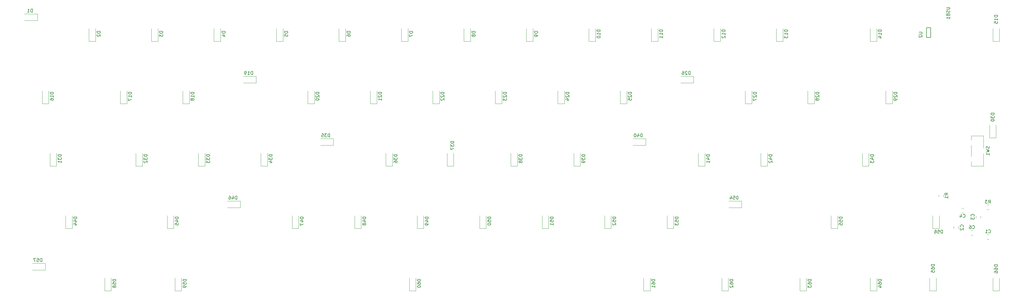
<source format=gbo>
G04 #@! TF.GenerationSoftware,KiCad,Pcbnew,(5.0.2)-1*
G04 #@! TF.CreationDate,2019-03-25T13:47:51+01:00*
G04 #@! TF.ProjectId,board_arm,626f6172-645f-4617-926d-2e6b69636164,rev?*
G04 #@! TF.SameCoordinates,Original*
G04 #@! TF.FileFunction,Legend,Bot*
G04 #@! TF.FilePolarity,Positive*
%FSLAX46Y46*%
G04 Gerber Fmt 4.6, Leading zero omitted, Abs format (unit mm)*
G04 Created by KiCad (PCBNEW (5.0.2)-1) date 25/03/2019 13:47:51*
%MOMM*%
%LPD*%
G01*
G04 APERTURE LIST*
%ADD10C,0.120000*%
%ADD11C,0.150000*%
G04 APERTURE END LIST*
D10*
G04 #@! TO.C,C2*
X348182000Y-132417078D02*
X348182000Y-131899922D01*
X346762000Y-132417078D02*
X346762000Y-131899922D01*
D11*
G04 #@! TO.C,U2*
X339738800Y-74084000D02*
X338438800Y-74084000D01*
X339738800Y-71184000D02*
X339738800Y-74084000D01*
X338438800Y-71184000D02*
X339738800Y-71184000D01*
X338438800Y-71184000D02*
X338438800Y-74084000D01*
D10*
G04 #@! TO.C,D1*
X67400000Y-66945000D02*
X67400000Y-68945000D01*
X67400000Y-68945000D02*
X63500000Y-68945000D01*
X67400000Y-66945000D02*
X63500000Y-66945000D01*
G04 #@! TO.C,D2*
X85137500Y-75275000D02*
X85137500Y-71375000D01*
X83137500Y-75275000D02*
X83137500Y-71375000D01*
X85137500Y-75275000D02*
X83137500Y-75275000D01*
G04 #@! TO.C,D3*
X104187500Y-75275000D02*
X102187500Y-75275000D01*
X102187500Y-75275000D02*
X102187500Y-71375000D01*
X104187500Y-75275000D02*
X104187500Y-71375000D01*
G04 #@! TO.C,D4*
X123237500Y-75275000D02*
X123237500Y-71375000D01*
X121237500Y-75275000D02*
X121237500Y-71375000D01*
X123237500Y-75275000D02*
X121237500Y-75275000D01*
G04 #@! TO.C,D5*
X142287500Y-75275000D02*
X140287500Y-75275000D01*
X140287500Y-75275000D02*
X140287500Y-71375000D01*
X142287500Y-75275000D02*
X142287500Y-71375000D01*
G04 #@! TO.C,D6*
X161337500Y-75275000D02*
X161337500Y-71375000D01*
X159337500Y-75275000D02*
X159337500Y-71375000D01*
X161337500Y-75275000D02*
X159337500Y-75275000D01*
G04 #@! TO.C,D7*
X180387500Y-75275000D02*
X178387500Y-75275000D01*
X178387500Y-75275000D02*
X178387500Y-71375000D01*
X180387500Y-75275000D02*
X180387500Y-71375000D01*
G04 #@! TO.C,D8*
X199437500Y-75275000D02*
X199437500Y-71375000D01*
X197437500Y-75275000D02*
X197437500Y-71375000D01*
X199437500Y-75275000D02*
X197437500Y-75275000D01*
G04 #@! TO.C,D9*
X218487500Y-75275000D02*
X216487500Y-75275000D01*
X216487500Y-75275000D02*
X216487500Y-71375000D01*
X218487500Y-75275000D02*
X218487500Y-71375000D01*
G04 #@! TO.C,D10*
X237537500Y-75275000D02*
X237537500Y-71375000D01*
X235537500Y-75275000D02*
X235537500Y-71375000D01*
X237537500Y-75275000D02*
X235537500Y-75275000D01*
G04 #@! TO.C,D11*
X256587500Y-75275000D02*
X256587500Y-71375000D01*
X254587500Y-75275000D02*
X254587500Y-71375000D01*
X256587500Y-75275000D02*
X254587500Y-75275000D01*
G04 #@! TO.C,D12*
X275637500Y-75275000D02*
X275637500Y-71375000D01*
X273637500Y-75275000D02*
X273637500Y-71375000D01*
X275637500Y-75275000D02*
X273637500Y-75275000D01*
G04 #@! TO.C,D13*
X294687500Y-75275000D02*
X292687500Y-75275000D01*
X292687500Y-75275000D02*
X292687500Y-71375000D01*
X294687500Y-75275000D02*
X294687500Y-71375000D01*
G04 #@! TO.C,D14*
X323262500Y-75275000D02*
X323262500Y-71375000D01*
X321262500Y-75275000D02*
X321262500Y-71375000D01*
X323262500Y-75275000D02*
X321262500Y-75275000D01*
G04 #@! TO.C,D15*
X360664000Y-75275000D02*
X358664000Y-75275000D01*
X358664000Y-75275000D02*
X358664000Y-71375000D01*
X360664000Y-75275000D02*
X360664000Y-71375000D01*
G04 #@! TO.C,D16*
X70850000Y-94325000D02*
X68850000Y-94325000D01*
X68850000Y-94325000D02*
X68850000Y-90425000D01*
X70850000Y-94325000D02*
X70850000Y-90425000D01*
G04 #@! TO.C,D17*
X94662500Y-94325000D02*
X94662500Y-90425000D01*
X92662500Y-94325000D02*
X92662500Y-90425000D01*
X94662500Y-94325000D02*
X92662500Y-94325000D01*
G04 #@! TO.C,D18*
X113712500Y-94325000D02*
X111712500Y-94325000D01*
X111712500Y-94325000D02*
X111712500Y-90425000D01*
X113712500Y-94325000D02*
X113712500Y-90425000D01*
G04 #@! TO.C,D19*
X134076000Y-85995000D02*
X130176000Y-85995000D01*
X134076000Y-87995000D02*
X130176000Y-87995000D01*
X134076000Y-85995000D02*
X134076000Y-87995000D01*
G04 #@! TO.C,D20*
X151812500Y-94325000D02*
X149812500Y-94325000D01*
X149812500Y-94325000D02*
X149812500Y-90425000D01*
X151812500Y-94325000D02*
X151812500Y-90425000D01*
G04 #@! TO.C,D21*
X170862500Y-94325000D02*
X170862500Y-90425000D01*
X168862500Y-94325000D02*
X168862500Y-90425000D01*
X170862500Y-94325000D02*
X168862500Y-94325000D01*
G04 #@! TO.C,D22*
X189912500Y-94325000D02*
X187912500Y-94325000D01*
X187912500Y-94325000D02*
X187912500Y-90425000D01*
X189912500Y-94325000D02*
X189912500Y-90425000D01*
G04 #@! TO.C,D23*
X208962500Y-94325000D02*
X208962500Y-90425000D01*
X206962500Y-94325000D02*
X206962500Y-90425000D01*
X208962500Y-94325000D02*
X206962500Y-94325000D01*
G04 #@! TO.C,D24*
X228012500Y-94325000D02*
X228012500Y-90425000D01*
X226012500Y-94325000D02*
X226012500Y-90425000D01*
X228012500Y-94325000D02*
X226012500Y-94325000D01*
G04 #@! TO.C,D25*
X247062500Y-94325000D02*
X245062500Y-94325000D01*
X245062500Y-94325000D02*
X245062500Y-90425000D01*
X247062500Y-94325000D02*
X247062500Y-90425000D01*
G04 #@! TO.C,D26*
X267426000Y-85995000D02*
X263526000Y-85995000D01*
X267426000Y-87995000D02*
X263526000Y-87995000D01*
X267426000Y-85995000D02*
X267426000Y-87995000D01*
G04 #@! TO.C,D27*
X285162500Y-94325000D02*
X283162500Y-94325000D01*
X283162500Y-94325000D02*
X283162500Y-90425000D01*
X285162500Y-94325000D02*
X285162500Y-90425000D01*
G04 #@! TO.C,D28*
X304212500Y-94325000D02*
X304212500Y-90425000D01*
X302212500Y-94325000D02*
X302212500Y-90425000D01*
X304212500Y-94325000D02*
X302212500Y-94325000D01*
G04 #@! TO.C,D29*
X328025000Y-94325000D02*
X326025000Y-94325000D01*
X326025000Y-94325000D02*
X326025000Y-90425000D01*
X328025000Y-94325000D02*
X328025000Y-90425000D01*
G04 #@! TO.C,D30*
X359648000Y-104740000D02*
X357648000Y-104740000D01*
X357648000Y-104740000D02*
X357648000Y-100840000D01*
X359648000Y-104740000D02*
X359648000Y-100840000D01*
G04 #@! TO.C,D31*
X73231250Y-113375000D02*
X73231250Y-109475000D01*
X71231250Y-113375000D02*
X71231250Y-109475000D01*
X73231250Y-113375000D02*
X71231250Y-113375000D01*
G04 #@! TO.C,D32*
X99425000Y-113375000D02*
X97425000Y-113375000D01*
X97425000Y-113375000D02*
X97425000Y-109475000D01*
X99425000Y-113375000D02*
X99425000Y-109475000D01*
G04 #@! TO.C,D33*
X118475000Y-113375000D02*
X116475000Y-113375000D01*
X116475000Y-113375000D02*
X116475000Y-109475000D01*
X118475000Y-113375000D02*
X118475000Y-109475000D01*
G04 #@! TO.C,D34*
X137525000Y-113375000D02*
X137525000Y-109475000D01*
X135525000Y-113375000D02*
X135525000Y-109475000D01*
X137525000Y-113375000D02*
X135525000Y-113375000D01*
G04 #@! TO.C,D35*
X157571000Y-105045000D02*
X153671000Y-105045000D01*
X157571000Y-107045000D02*
X153671000Y-107045000D01*
X157571000Y-105045000D02*
X157571000Y-107045000D01*
G04 #@! TO.C,D36*
X175625000Y-113375000D02*
X173625000Y-113375000D01*
X173625000Y-113375000D02*
X173625000Y-109475000D01*
X175625000Y-113375000D02*
X175625000Y-109475000D01*
G04 #@! TO.C,D37*
X194294000Y-113375000D02*
X194294000Y-109475000D01*
X192294000Y-113375000D02*
X192294000Y-109475000D01*
X194294000Y-113375000D02*
X192294000Y-113375000D01*
G04 #@! TO.C,D38*
X213725000Y-113375000D02*
X211725000Y-113375000D01*
X211725000Y-113375000D02*
X211725000Y-109475000D01*
X213725000Y-113375000D02*
X213725000Y-109475000D01*
G04 #@! TO.C,D39*
X232902000Y-113375000D02*
X232902000Y-109475000D01*
X230902000Y-113375000D02*
X230902000Y-109475000D01*
X232902000Y-113375000D02*
X230902000Y-113375000D01*
G04 #@! TO.C,D40*
X252821000Y-105045000D02*
X252821000Y-107045000D01*
X252821000Y-107045000D02*
X248921000Y-107045000D01*
X252821000Y-105045000D02*
X248921000Y-105045000D01*
G04 #@! TO.C,D41*
X270875000Y-113375000D02*
X270875000Y-109475000D01*
X268875000Y-113375000D02*
X268875000Y-109475000D01*
X270875000Y-113375000D02*
X268875000Y-113375000D01*
G04 #@! TO.C,D42*
X289925000Y-113375000D02*
X287925000Y-113375000D01*
X287925000Y-113375000D02*
X287925000Y-109475000D01*
X289925000Y-113375000D02*
X289925000Y-109475000D01*
G04 #@! TO.C,D43*
X320881250Y-113375000D02*
X320881250Y-109475000D01*
X318881250Y-113375000D02*
X318881250Y-109475000D01*
X320881250Y-113375000D02*
X318881250Y-113375000D01*
G04 #@! TO.C,D44*
X77993750Y-132425000D02*
X75993750Y-132425000D01*
X75993750Y-132425000D02*
X75993750Y-128525000D01*
X77993750Y-132425000D02*
X77993750Y-128525000D01*
G04 #@! TO.C,D45*
X108950000Y-132425000D02*
X106950000Y-132425000D01*
X106950000Y-132425000D02*
X106950000Y-128525000D01*
X108950000Y-132425000D02*
X108950000Y-128525000D01*
G04 #@! TO.C,D46*
X129250000Y-124095000D02*
X129250000Y-126095000D01*
X129250000Y-126095000D02*
X125350000Y-126095000D01*
X129250000Y-124095000D02*
X125350000Y-124095000D01*
G04 #@! TO.C,D47*
X147050000Y-132425000D02*
X145050000Y-132425000D01*
X145050000Y-132425000D02*
X145050000Y-128525000D01*
X147050000Y-132425000D02*
X147050000Y-128525000D01*
G04 #@! TO.C,D48*
X166100000Y-132425000D02*
X164100000Y-132425000D01*
X164100000Y-132425000D02*
X164100000Y-128525000D01*
X166100000Y-132425000D02*
X166100000Y-128525000D01*
G04 #@! TO.C,D49*
X185150000Y-132425000D02*
X185150000Y-128525000D01*
X183150000Y-132425000D02*
X183150000Y-128525000D01*
X185150000Y-132425000D02*
X183150000Y-132425000D01*
G04 #@! TO.C,D50*
X204200000Y-132425000D02*
X204200000Y-128525000D01*
X202200000Y-132425000D02*
X202200000Y-128525000D01*
X204200000Y-132425000D02*
X202200000Y-132425000D01*
G04 #@! TO.C,D51*
X223250000Y-132425000D02*
X221250000Y-132425000D01*
X221250000Y-132425000D02*
X221250000Y-128525000D01*
X223250000Y-132425000D02*
X223250000Y-128525000D01*
G04 #@! TO.C,D52*
X242300000Y-132425000D02*
X242300000Y-128525000D01*
X240300000Y-132425000D02*
X240300000Y-128525000D01*
X242300000Y-132425000D02*
X240300000Y-132425000D01*
G04 #@! TO.C,D53*
X261350000Y-132425000D02*
X259350000Y-132425000D01*
X259350000Y-132425000D02*
X259350000Y-128525000D01*
X261350000Y-132425000D02*
X261350000Y-128525000D01*
G04 #@! TO.C,D54*
X282031000Y-124095000D02*
X278131000Y-124095000D01*
X282031000Y-126095000D02*
X278131000Y-126095000D01*
X282031000Y-124095000D02*
X282031000Y-126095000D01*
G04 #@! TO.C,D55*
X311356250Y-132425000D02*
X309356250Y-132425000D01*
X309356250Y-132425000D02*
X309356250Y-128525000D01*
X311356250Y-132425000D02*
X311356250Y-128525000D01*
G04 #@! TO.C,D56*
X342312500Y-132425000D02*
X342312500Y-128525000D01*
X340312500Y-132425000D02*
X340312500Y-128525000D01*
X342312500Y-132425000D02*
X340312500Y-132425000D01*
G04 #@! TO.C,D57*
X69814000Y-143145000D02*
X65914000Y-143145000D01*
X69814000Y-145145000D02*
X65914000Y-145145000D01*
X69814000Y-143145000D02*
X69814000Y-145145000D01*
G04 #@! TO.C,D58*
X89900000Y-151475000D02*
X87900000Y-151475000D01*
X87900000Y-151475000D02*
X87900000Y-147575000D01*
X89900000Y-151475000D02*
X89900000Y-147575000D01*
G04 #@! TO.C,D59*
X111331250Y-151475000D02*
X111331250Y-147575000D01*
X109331250Y-151475000D02*
X109331250Y-147575000D01*
X111331250Y-151475000D02*
X109331250Y-151475000D01*
G04 #@! TO.C,D60*
X182768750Y-151475000D02*
X182768750Y-147575000D01*
X180768750Y-151475000D02*
X180768750Y-147575000D01*
X182768750Y-151475000D02*
X180768750Y-151475000D01*
G04 #@! TO.C,D61*
X254206250Y-151475000D02*
X252206250Y-151475000D01*
X252206250Y-151475000D02*
X252206250Y-147575000D01*
X254206250Y-151475000D02*
X254206250Y-147575000D01*
G04 #@! TO.C,D62*
X278018750Y-151475000D02*
X278018750Y-147575000D01*
X276018750Y-151475000D02*
X276018750Y-147575000D01*
X278018750Y-151475000D02*
X276018750Y-151475000D01*
G04 #@! TO.C,D63*
X301831250Y-151475000D02*
X299831250Y-151475000D01*
X299831250Y-151475000D02*
X299831250Y-147575000D01*
X301831250Y-151475000D02*
X301831250Y-147575000D01*
G04 #@! TO.C,D64*
X323262500Y-151475000D02*
X321262500Y-151475000D01*
X321262500Y-151475000D02*
X321262500Y-147575000D01*
X323262500Y-151475000D02*
X323262500Y-147575000D01*
G04 #@! TO.C,D65*
X341423500Y-151475000D02*
X341423500Y-147575000D01*
X339423500Y-151475000D02*
X339423500Y-147575000D01*
X341423500Y-151475000D02*
X339423500Y-151475000D01*
G04 #@! TO.C,D66*
X360664000Y-151475000D02*
X360664000Y-147575000D01*
X358664000Y-151475000D02*
X358664000Y-147575000D01*
X360664000Y-151475000D02*
X358664000Y-151475000D01*
G04 #@! TO.C,C3*
X353524482Y-128694922D02*
X353524482Y-129212078D01*
X354944482Y-128694922D02*
X354944482Y-129212078D01*
G04 #@! TO.C,C4*
X349166922Y-127710000D02*
X349684078Y-127710000D01*
X349166922Y-126290000D02*
X349684078Y-126290000D01*
G04 #@! TO.C,C6*
X352539560Y-133049484D02*
X352022404Y-133049484D01*
X352539560Y-134469484D02*
X352022404Y-134469484D01*
G04 #@! TO.C,R1*
X342190000Y-122702578D02*
X342190000Y-122185422D01*
X343610000Y-122702578D02*
X343610000Y-122185422D01*
G04 #@! TO.C,R3*
X357461078Y-125274000D02*
X356943922Y-125274000D01*
X357461078Y-126694000D02*
X356943922Y-126694000D01*
G04 #@! TO.C,SW1*
X352065000Y-110440000D02*
X352065000Y-107060000D01*
X352065000Y-105440000D02*
X352065000Y-104140000D01*
X355785000Y-104140000D02*
X352065000Y-104140000D01*
X355785000Y-113360000D02*
X352065000Y-113360000D01*
X352065000Y-113360000D02*
X352065000Y-112060000D01*
X355785000Y-113360000D02*
X355785000Y-109560000D01*
X355785000Y-107940000D02*
X355785000Y-104140000D01*
G04 #@! TO.C,C1*
X357461078Y-135734000D02*
X356943922Y-135734000D01*
X357461078Y-134314000D02*
X356943922Y-134314000D01*
G04 #@! TO.C,C2*
D11*
X349607142Y-131991833D02*
X349654761Y-131944214D01*
X349702380Y-131801357D01*
X349702380Y-131706119D01*
X349654761Y-131563261D01*
X349559523Y-131468023D01*
X349464285Y-131420404D01*
X349273809Y-131372785D01*
X349130952Y-131372785D01*
X348940476Y-131420404D01*
X348845238Y-131468023D01*
X348750000Y-131563261D01*
X348702380Y-131706119D01*
X348702380Y-131801357D01*
X348750000Y-131944214D01*
X348797619Y-131991833D01*
X348797619Y-132372785D02*
X348750000Y-132420404D01*
X348702380Y-132515642D01*
X348702380Y-132753738D01*
X348750000Y-132848976D01*
X348797619Y-132896595D01*
X348892857Y-132944214D01*
X348988095Y-132944214D01*
X349130952Y-132896595D01*
X349702380Y-132325166D01*
X349702380Y-132944214D01*
G04 #@! TO.C,U2*
X336129180Y-72486095D02*
X336938704Y-72486095D01*
X337033942Y-72533714D01*
X337081561Y-72581333D01*
X337129180Y-72676571D01*
X337129180Y-72867047D01*
X337081561Y-72962285D01*
X337033942Y-73009904D01*
X336938704Y-73057523D01*
X336129180Y-73057523D01*
X336224419Y-73486095D02*
X336176800Y-73533714D01*
X336129180Y-73628952D01*
X336129180Y-73867047D01*
X336176800Y-73962285D01*
X336224419Y-74009904D01*
X336319657Y-74057523D01*
X336414895Y-74057523D01*
X336557752Y-74009904D01*
X337129180Y-73438476D01*
X337129180Y-74057523D01*
G04 #@! TO.C,D1*
X65888095Y-66397380D02*
X65888095Y-65397380D01*
X65650000Y-65397380D01*
X65507142Y-65445000D01*
X65411904Y-65540238D01*
X65364285Y-65635476D01*
X65316666Y-65825952D01*
X65316666Y-65968809D01*
X65364285Y-66159285D01*
X65411904Y-66254523D01*
X65507142Y-66349761D01*
X65650000Y-66397380D01*
X65888095Y-66397380D01*
X64364285Y-66397380D02*
X64935714Y-66397380D01*
X64650000Y-66397380D02*
X64650000Y-65397380D01*
X64745238Y-65540238D01*
X64840476Y-65635476D01*
X64935714Y-65683095D01*
G04 #@! TO.C,D2*
X86589880Y-72286904D02*
X85589880Y-72286904D01*
X85589880Y-72525000D01*
X85637500Y-72667857D01*
X85732738Y-72763095D01*
X85827976Y-72810714D01*
X86018452Y-72858333D01*
X86161309Y-72858333D01*
X86351785Y-72810714D01*
X86447023Y-72763095D01*
X86542261Y-72667857D01*
X86589880Y-72525000D01*
X86589880Y-72286904D01*
X85685119Y-73239285D02*
X85637500Y-73286904D01*
X85589880Y-73382142D01*
X85589880Y-73620238D01*
X85637500Y-73715476D01*
X85685119Y-73763095D01*
X85780357Y-73810714D01*
X85875595Y-73810714D01*
X86018452Y-73763095D01*
X86589880Y-73191666D01*
X86589880Y-73810714D01*
G04 #@! TO.C,D3*
X105639880Y-72286904D02*
X104639880Y-72286904D01*
X104639880Y-72525000D01*
X104687500Y-72667857D01*
X104782738Y-72763095D01*
X104877976Y-72810714D01*
X105068452Y-72858333D01*
X105211309Y-72858333D01*
X105401785Y-72810714D01*
X105497023Y-72763095D01*
X105592261Y-72667857D01*
X105639880Y-72525000D01*
X105639880Y-72286904D01*
X104639880Y-73191666D02*
X104639880Y-73810714D01*
X105020833Y-73477380D01*
X105020833Y-73620238D01*
X105068452Y-73715476D01*
X105116071Y-73763095D01*
X105211309Y-73810714D01*
X105449404Y-73810714D01*
X105544642Y-73763095D01*
X105592261Y-73715476D01*
X105639880Y-73620238D01*
X105639880Y-73334523D01*
X105592261Y-73239285D01*
X105544642Y-73191666D01*
G04 #@! TO.C,D4*
X124689880Y-72286904D02*
X123689880Y-72286904D01*
X123689880Y-72525000D01*
X123737500Y-72667857D01*
X123832738Y-72763095D01*
X123927976Y-72810714D01*
X124118452Y-72858333D01*
X124261309Y-72858333D01*
X124451785Y-72810714D01*
X124547023Y-72763095D01*
X124642261Y-72667857D01*
X124689880Y-72525000D01*
X124689880Y-72286904D01*
X124023214Y-73715476D02*
X124689880Y-73715476D01*
X123642261Y-73477380D02*
X124356547Y-73239285D01*
X124356547Y-73858333D01*
G04 #@! TO.C,D5*
X143739880Y-72286904D02*
X142739880Y-72286904D01*
X142739880Y-72525000D01*
X142787500Y-72667857D01*
X142882738Y-72763095D01*
X142977976Y-72810714D01*
X143168452Y-72858333D01*
X143311309Y-72858333D01*
X143501785Y-72810714D01*
X143597023Y-72763095D01*
X143692261Y-72667857D01*
X143739880Y-72525000D01*
X143739880Y-72286904D01*
X142739880Y-73763095D02*
X142739880Y-73286904D01*
X143216071Y-73239285D01*
X143168452Y-73286904D01*
X143120833Y-73382142D01*
X143120833Y-73620238D01*
X143168452Y-73715476D01*
X143216071Y-73763095D01*
X143311309Y-73810714D01*
X143549404Y-73810714D01*
X143644642Y-73763095D01*
X143692261Y-73715476D01*
X143739880Y-73620238D01*
X143739880Y-73382142D01*
X143692261Y-73286904D01*
X143644642Y-73239285D01*
G04 #@! TO.C,D6*
X162789880Y-72286904D02*
X161789880Y-72286904D01*
X161789880Y-72525000D01*
X161837500Y-72667857D01*
X161932738Y-72763095D01*
X162027976Y-72810714D01*
X162218452Y-72858333D01*
X162361309Y-72858333D01*
X162551785Y-72810714D01*
X162647023Y-72763095D01*
X162742261Y-72667857D01*
X162789880Y-72525000D01*
X162789880Y-72286904D01*
X161789880Y-73715476D02*
X161789880Y-73525000D01*
X161837500Y-73429761D01*
X161885119Y-73382142D01*
X162027976Y-73286904D01*
X162218452Y-73239285D01*
X162599404Y-73239285D01*
X162694642Y-73286904D01*
X162742261Y-73334523D01*
X162789880Y-73429761D01*
X162789880Y-73620238D01*
X162742261Y-73715476D01*
X162694642Y-73763095D01*
X162599404Y-73810714D01*
X162361309Y-73810714D01*
X162266071Y-73763095D01*
X162218452Y-73715476D01*
X162170833Y-73620238D01*
X162170833Y-73429761D01*
X162218452Y-73334523D01*
X162266071Y-73286904D01*
X162361309Y-73239285D01*
G04 #@! TO.C,D7*
X181839880Y-72286904D02*
X180839880Y-72286904D01*
X180839880Y-72525000D01*
X180887500Y-72667857D01*
X180982738Y-72763095D01*
X181077976Y-72810714D01*
X181268452Y-72858333D01*
X181411309Y-72858333D01*
X181601785Y-72810714D01*
X181697023Y-72763095D01*
X181792261Y-72667857D01*
X181839880Y-72525000D01*
X181839880Y-72286904D01*
X180839880Y-73191666D02*
X180839880Y-73858333D01*
X181839880Y-73429761D01*
G04 #@! TO.C,D8*
X200889880Y-72286904D02*
X199889880Y-72286904D01*
X199889880Y-72525000D01*
X199937500Y-72667857D01*
X200032738Y-72763095D01*
X200127976Y-72810714D01*
X200318452Y-72858333D01*
X200461309Y-72858333D01*
X200651785Y-72810714D01*
X200747023Y-72763095D01*
X200842261Y-72667857D01*
X200889880Y-72525000D01*
X200889880Y-72286904D01*
X200318452Y-73429761D02*
X200270833Y-73334523D01*
X200223214Y-73286904D01*
X200127976Y-73239285D01*
X200080357Y-73239285D01*
X199985119Y-73286904D01*
X199937500Y-73334523D01*
X199889880Y-73429761D01*
X199889880Y-73620238D01*
X199937500Y-73715476D01*
X199985119Y-73763095D01*
X200080357Y-73810714D01*
X200127976Y-73810714D01*
X200223214Y-73763095D01*
X200270833Y-73715476D01*
X200318452Y-73620238D01*
X200318452Y-73429761D01*
X200366071Y-73334523D01*
X200413690Y-73286904D01*
X200508928Y-73239285D01*
X200699404Y-73239285D01*
X200794642Y-73286904D01*
X200842261Y-73334523D01*
X200889880Y-73429761D01*
X200889880Y-73620238D01*
X200842261Y-73715476D01*
X200794642Y-73763095D01*
X200699404Y-73810714D01*
X200508928Y-73810714D01*
X200413690Y-73763095D01*
X200366071Y-73715476D01*
X200318452Y-73620238D01*
G04 #@! TO.C,D9*
X219939880Y-72286904D02*
X218939880Y-72286904D01*
X218939880Y-72525000D01*
X218987500Y-72667857D01*
X219082738Y-72763095D01*
X219177976Y-72810714D01*
X219368452Y-72858333D01*
X219511309Y-72858333D01*
X219701785Y-72810714D01*
X219797023Y-72763095D01*
X219892261Y-72667857D01*
X219939880Y-72525000D01*
X219939880Y-72286904D01*
X219939880Y-73334523D02*
X219939880Y-73525000D01*
X219892261Y-73620238D01*
X219844642Y-73667857D01*
X219701785Y-73763095D01*
X219511309Y-73810714D01*
X219130357Y-73810714D01*
X219035119Y-73763095D01*
X218987500Y-73715476D01*
X218939880Y-73620238D01*
X218939880Y-73429761D01*
X218987500Y-73334523D01*
X219035119Y-73286904D01*
X219130357Y-73239285D01*
X219368452Y-73239285D01*
X219463690Y-73286904D01*
X219511309Y-73334523D01*
X219558928Y-73429761D01*
X219558928Y-73620238D01*
X219511309Y-73715476D01*
X219463690Y-73763095D01*
X219368452Y-73810714D01*
G04 #@! TO.C,D10*
X238989880Y-71810714D02*
X237989880Y-71810714D01*
X237989880Y-72048809D01*
X238037500Y-72191666D01*
X238132738Y-72286904D01*
X238227976Y-72334523D01*
X238418452Y-72382142D01*
X238561309Y-72382142D01*
X238751785Y-72334523D01*
X238847023Y-72286904D01*
X238942261Y-72191666D01*
X238989880Y-72048809D01*
X238989880Y-71810714D01*
X238989880Y-73334523D02*
X238989880Y-72763095D01*
X238989880Y-73048809D02*
X237989880Y-73048809D01*
X238132738Y-72953571D01*
X238227976Y-72858333D01*
X238275595Y-72763095D01*
X237989880Y-73953571D02*
X237989880Y-74048809D01*
X238037500Y-74144047D01*
X238085119Y-74191666D01*
X238180357Y-74239285D01*
X238370833Y-74286904D01*
X238608928Y-74286904D01*
X238799404Y-74239285D01*
X238894642Y-74191666D01*
X238942261Y-74144047D01*
X238989880Y-74048809D01*
X238989880Y-73953571D01*
X238942261Y-73858333D01*
X238894642Y-73810714D01*
X238799404Y-73763095D01*
X238608928Y-73715476D01*
X238370833Y-73715476D01*
X238180357Y-73763095D01*
X238085119Y-73810714D01*
X238037500Y-73858333D01*
X237989880Y-73953571D01*
G04 #@! TO.C,D11*
X258039880Y-71810714D02*
X257039880Y-71810714D01*
X257039880Y-72048809D01*
X257087500Y-72191666D01*
X257182738Y-72286904D01*
X257277976Y-72334523D01*
X257468452Y-72382142D01*
X257611309Y-72382142D01*
X257801785Y-72334523D01*
X257897023Y-72286904D01*
X257992261Y-72191666D01*
X258039880Y-72048809D01*
X258039880Y-71810714D01*
X258039880Y-73334523D02*
X258039880Y-72763095D01*
X258039880Y-73048809D02*
X257039880Y-73048809D01*
X257182738Y-72953571D01*
X257277976Y-72858333D01*
X257325595Y-72763095D01*
X258039880Y-74286904D02*
X258039880Y-73715476D01*
X258039880Y-74001190D02*
X257039880Y-74001190D01*
X257182738Y-73905952D01*
X257277976Y-73810714D01*
X257325595Y-73715476D01*
G04 #@! TO.C,D12*
X277089880Y-71810714D02*
X276089880Y-71810714D01*
X276089880Y-72048809D01*
X276137500Y-72191666D01*
X276232738Y-72286904D01*
X276327976Y-72334523D01*
X276518452Y-72382142D01*
X276661309Y-72382142D01*
X276851785Y-72334523D01*
X276947023Y-72286904D01*
X277042261Y-72191666D01*
X277089880Y-72048809D01*
X277089880Y-71810714D01*
X277089880Y-73334523D02*
X277089880Y-72763095D01*
X277089880Y-73048809D02*
X276089880Y-73048809D01*
X276232738Y-72953571D01*
X276327976Y-72858333D01*
X276375595Y-72763095D01*
X276185119Y-73715476D02*
X276137500Y-73763095D01*
X276089880Y-73858333D01*
X276089880Y-74096428D01*
X276137500Y-74191666D01*
X276185119Y-74239285D01*
X276280357Y-74286904D01*
X276375595Y-74286904D01*
X276518452Y-74239285D01*
X277089880Y-73667857D01*
X277089880Y-74286904D01*
G04 #@! TO.C,D13*
X296139880Y-71810714D02*
X295139880Y-71810714D01*
X295139880Y-72048809D01*
X295187500Y-72191666D01*
X295282738Y-72286904D01*
X295377976Y-72334523D01*
X295568452Y-72382142D01*
X295711309Y-72382142D01*
X295901785Y-72334523D01*
X295997023Y-72286904D01*
X296092261Y-72191666D01*
X296139880Y-72048809D01*
X296139880Y-71810714D01*
X296139880Y-73334523D02*
X296139880Y-72763095D01*
X296139880Y-73048809D02*
X295139880Y-73048809D01*
X295282738Y-72953571D01*
X295377976Y-72858333D01*
X295425595Y-72763095D01*
X295139880Y-73667857D02*
X295139880Y-74286904D01*
X295520833Y-73953571D01*
X295520833Y-74096428D01*
X295568452Y-74191666D01*
X295616071Y-74239285D01*
X295711309Y-74286904D01*
X295949404Y-74286904D01*
X296044642Y-74239285D01*
X296092261Y-74191666D01*
X296139880Y-74096428D01*
X296139880Y-73810714D01*
X296092261Y-73715476D01*
X296044642Y-73667857D01*
G04 #@! TO.C,D14*
X324714880Y-71810714D02*
X323714880Y-71810714D01*
X323714880Y-72048809D01*
X323762500Y-72191666D01*
X323857738Y-72286904D01*
X323952976Y-72334523D01*
X324143452Y-72382142D01*
X324286309Y-72382142D01*
X324476785Y-72334523D01*
X324572023Y-72286904D01*
X324667261Y-72191666D01*
X324714880Y-72048809D01*
X324714880Y-71810714D01*
X324714880Y-73334523D02*
X324714880Y-72763095D01*
X324714880Y-73048809D02*
X323714880Y-73048809D01*
X323857738Y-72953571D01*
X323952976Y-72858333D01*
X324000595Y-72763095D01*
X324048214Y-74191666D02*
X324714880Y-74191666D01*
X323667261Y-73953571D02*
X324381547Y-73715476D01*
X324381547Y-74334523D01*
G04 #@! TO.C,D15*
X360116380Y-67365714D02*
X359116380Y-67365714D01*
X359116380Y-67603809D01*
X359164000Y-67746666D01*
X359259238Y-67841904D01*
X359354476Y-67889523D01*
X359544952Y-67937142D01*
X359687809Y-67937142D01*
X359878285Y-67889523D01*
X359973523Y-67841904D01*
X360068761Y-67746666D01*
X360116380Y-67603809D01*
X360116380Y-67365714D01*
X360116380Y-68889523D02*
X360116380Y-68318095D01*
X360116380Y-68603809D02*
X359116380Y-68603809D01*
X359259238Y-68508571D01*
X359354476Y-68413333D01*
X359402095Y-68318095D01*
X359116380Y-69794285D02*
X359116380Y-69318095D01*
X359592571Y-69270476D01*
X359544952Y-69318095D01*
X359497333Y-69413333D01*
X359497333Y-69651428D01*
X359544952Y-69746666D01*
X359592571Y-69794285D01*
X359687809Y-69841904D01*
X359925904Y-69841904D01*
X360021142Y-69794285D01*
X360068761Y-69746666D01*
X360116380Y-69651428D01*
X360116380Y-69413333D01*
X360068761Y-69318095D01*
X360021142Y-69270476D01*
G04 #@! TO.C,D16*
X72302380Y-90860714D02*
X71302380Y-90860714D01*
X71302380Y-91098809D01*
X71350000Y-91241666D01*
X71445238Y-91336904D01*
X71540476Y-91384523D01*
X71730952Y-91432142D01*
X71873809Y-91432142D01*
X72064285Y-91384523D01*
X72159523Y-91336904D01*
X72254761Y-91241666D01*
X72302380Y-91098809D01*
X72302380Y-90860714D01*
X72302380Y-92384523D02*
X72302380Y-91813095D01*
X72302380Y-92098809D02*
X71302380Y-92098809D01*
X71445238Y-92003571D01*
X71540476Y-91908333D01*
X71588095Y-91813095D01*
X71302380Y-93241666D02*
X71302380Y-93051190D01*
X71350000Y-92955952D01*
X71397619Y-92908333D01*
X71540476Y-92813095D01*
X71730952Y-92765476D01*
X72111904Y-92765476D01*
X72207142Y-92813095D01*
X72254761Y-92860714D01*
X72302380Y-92955952D01*
X72302380Y-93146428D01*
X72254761Y-93241666D01*
X72207142Y-93289285D01*
X72111904Y-93336904D01*
X71873809Y-93336904D01*
X71778571Y-93289285D01*
X71730952Y-93241666D01*
X71683333Y-93146428D01*
X71683333Y-92955952D01*
X71730952Y-92860714D01*
X71778571Y-92813095D01*
X71873809Y-92765476D01*
G04 #@! TO.C,D17*
X96114880Y-90860714D02*
X95114880Y-90860714D01*
X95114880Y-91098809D01*
X95162500Y-91241666D01*
X95257738Y-91336904D01*
X95352976Y-91384523D01*
X95543452Y-91432142D01*
X95686309Y-91432142D01*
X95876785Y-91384523D01*
X95972023Y-91336904D01*
X96067261Y-91241666D01*
X96114880Y-91098809D01*
X96114880Y-90860714D01*
X96114880Y-92384523D02*
X96114880Y-91813095D01*
X96114880Y-92098809D02*
X95114880Y-92098809D01*
X95257738Y-92003571D01*
X95352976Y-91908333D01*
X95400595Y-91813095D01*
X95114880Y-92717857D02*
X95114880Y-93384523D01*
X96114880Y-92955952D01*
G04 #@! TO.C,D18*
X115164880Y-90860714D02*
X114164880Y-90860714D01*
X114164880Y-91098809D01*
X114212500Y-91241666D01*
X114307738Y-91336904D01*
X114402976Y-91384523D01*
X114593452Y-91432142D01*
X114736309Y-91432142D01*
X114926785Y-91384523D01*
X115022023Y-91336904D01*
X115117261Y-91241666D01*
X115164880Y-91098809D01*
X115164880Y-90860714D01*
X115164880Y-92384523D02*
X115164880Y-91813095D01*
X115164880Y-92098809D02*
X114164880Y-92098809D01*
X114307738Y-92003571D01*
X114402976Y-91908333D01*
X114450595Y-91813095D01*
X114593452Y-92955952D02*
X114545833Y-92860714D01*
X114498214Y-92813095D01*
X114402976Y-92765476D01*
X114355357Y-92765476D01*
X114260119Y-92813095D01*
X114212500Y-92860714D01*
X114164880Y-92955952D01*
X114164880Y-93146428D01*
X114212500Y-93241666D01*
X114260119Y-93289285D01*
X114355357Y-93336904D01*
X114402976Y-93336904D01*
X114498214Y-93289285D01*
X114545833Y-93241666D01*
X114593452Y-93146428D01*
X114593452Y-92955952D01*
X114641071Y-92860714D01*
X114688690Y-92813095D01*
X114783928Y-92765476D01*
X114974404Y-92765476D01*
X115069642Y-92813095D01*
X115117261Y-92860714D01*
X115164880Y-92955952D01*
X115164880Y-93146428D01*
X115117261Y-93241666D01*
X115069642Y-93289285D01*
X114974404Y-93336904D01*
X114783928Y-93336904D01*
X114688690Y-93289285D01*
X114641071Y-93241666D01*
X114593452Y-93146428D01*
G04 #@! TO.C,D19*
X133040285Y-85447380D02*
X133040285Y-84447380D01*
X132802190Y-84447380D01*
X132659333Y-84495000D01*
X132564095Y-84590238D01*
X132516476Y-84685476D01*
X132468857Y-84875952D01*
X132468857Y-85018809D01*
X132516476Y-85209285D01*
X132564095Y-85304523D01*
X132659333Y-85399761D01*
X132802190Y-85447380D01*
X133040285Y-85447380D01*
X131516476Y-85447380D02*
X132087904Y-85447380D01*
X131802190Y-85447380D02*
X131802190Y-84447380D01*
X131897428Y-84590238D01*
X131992666Y-84685476D01*
X132087904Y-84733095D01*
X131040285Y-85447380D02*
X130849809Y-85447380D01*
X130754571Y-85399761D01*
X130706952Y-85352142D01*
X130611714Y-85209285D01*
X130564095Y-85018809D01*
X130564095Y-84637857D01*
X130611714Y-84542619D01*
X130659333Y-84495000D01*
X130754571Y-84447380D01*
X130945047Y-84447380D01*
X131040285Y-84495000D01*
X131087904Y-84542619D01*
X131135523Y-84637857D01*
X131135523Y-84875952D01*
X131087904Y-84971190D01*
X131040285Y-85018809D01*
X130945047Y-85066428D01*
X130754571Y-85066428D01*
X130659333Y-85018809D01*
X130611714Y-84971190D01*
X130564095Y-84875952D01*
G04 #@! TO.C,D20*
X153264880Y-90860714D02*
X152264880Y-90860714D01*
X152264880Y-91098809D01*
X152312500Y-91241666D01*
X152407738Y-91336904D01*
X152502976Y-91384523D01*
X152693452Y-91432142D01*
X152836309Y-91432142D01*
X153026785Y-91384523D01*
X153122023Y-91336904D01*
X153217261Y-91241666D01*
X153264880Y-91098809D01*
X153264880Y-90860714D01*
X152360119Y-91813095D02*
X152312500Y-91860714D01*
X152264880Y-91955952D01*
X152264880Y-92194047D01*
X152312500Y-92289285D01*
X152360119Y-92336904D01*
X152455357Y-92384523D01*
X152550595Y-92384523D01*
X152693452Y-92336904D01*
X153264880Y-91765476D01*
X153264880Y-92384523D01*
X152264880Y-93003571D02*
X152264880Y-93098809D01*
X152312500Y-93194047D01*
X152360119Y-93241666D01*
X152455357Y-93289285D01*
X152645833Y-93336904D01*
X152883928Y-93336904D01*
X153074404Y-93289285D01*
X153169642Y-93241666D01*
X153217261Y-93194047D01*
X153264880Y-93098809D01*
X153264880Y-93003571D01*
X153217261Y-92908333D01*
X153169642Y-92860714D01*
X153074404Y-92813095D01*
X152883928Y-92765476D01*
X152645833Y-92765476D01*
X152455357Y-92813095D01*
X152360119Y-92860714D01*
X152312500Y-92908333D01*
X152264880Y-93003571D01*
G04 #@! TO.C,D21*
X172314880Y-90860714D02*
X171314880Y-90860714D01*
X171314880Y-91098809D01*
X171362500Y-91241666D01*
X171457738Y-91336904D01*
X171552976Y-91384523D01*
X171743452Y-91432142D01*
X171886309Y-91432142D01*
X172076785Y-91384523D01*
X172172023Y-91336904D01*
X172267261Y-91241666D01*
X172314880Y-91098809D01*
X172314880Y-90860714D01*
X171410119Y-91813095D02*
X171362500Y-91860714D01*
X171314880Y-91955952D01*
X171314880Y-92194047D01*
X171362500Y-92289285D01*
X171410119Y-92336904D01*
X171505357Y-92384523D01*
X171600595Y-92384523D01*
X171743452Y-92336904D01*
X172314880Y-91765476D01*
X172314880Y-92384523D01*
X172314880Y-93336904D02*
X172314880Y-92765476D01*
X172314880Y-93051190D02*
X171314880Y-93051190D01*
X171457738Y-92955952D01*
X171552976Y-92860714D01*
X171600595Y-92765476D01*
G04 #@! TO.C,D22*
X191364880Y-90860714D02*
X190364880Y-90860714D01*
X190364880Y-91098809D01*
X190412500Y-91241666D01*
X190507738Y-91336904D01*
X190602976Y-91384523D01*
X190793452Y-91432142D01*
X190936309Y-91432142D01*
X191126785Y-91384523D01*
X191222023Y-91336904D01*
X191317261Y-91241666D01*
X191364880Y-91098809D01*
X191364880Y-90860714D01*
X190460119Y-91813095D02*
X190412500Y-91860714D01*
X190364880Y-91955952D01*
X190364880Y-92194047D01*
X190412500Y-92289285D01*
X190460119Y-92336904D01*
X190555357Y-92384523D01*
X190650595Y-92384523D01*
X190793452Y-92336904D01*
X191364880Y-91765476D01*
X191364880Y-92384523D01*
X190460119Y-92765476D02*
X190412500Y-92813095D01*
X190364880Y-92908333D01*
X190364880Y-93146428D01*
X190412500Y-93241666D01*
X190460119Y-93289285D01*
X190555357Y-93336904D01*
X190650595Y-93336904D01*
X190793452Y-93289285D01*
X191364880Y-92717857D01*
X191364880Y-93336904D01*
G04 #@! TO.C,D23*
X210414880Y-90860714D02*
X209414880Y-90860714D01*
X209414880Y-91098809D01*
X209462500Y-91241666D01*
X209557738Y-91336904D01*
X209652976Y-91384523D01*
X209843452Y-91432142D01*
X209986309Y-91432142D01*
X210176785Y-91384523D01*
X210272023Y-91336904D01*
X210367261Y-91241666D01*
X210414880Y-91098809D01*
X210414880Y-90860714D01*
X209510119Y-91813095D02*
X209462500Y-91860714D01*
X209414880Y-91955952D01*
X209414880Y-92194047D01*
X209462500Y-92289285D01*
X209510119Y-92336904D01*
X209605357Y-92384523D01*
X209700595Y-92384523D01*
X209843452Y-92336904D01*
X210414880Y-91765476D01*
X210414880Y-92384523D01*
X209414880Y-92717857D02*
X209414880Y-93336904D01*
X209795833Y-93003571D01*
X209795833Y-93146428D01*
X209843452Y-93241666D01*
X209891071Y-93289285D01*
X209986309Y-93336904D01*
X210224404Y-93336904D01*
X210319642Y-93289285D01*
X210367261Y-93241666D01*
X210414880Y-93146428D01*
X210414880Y-92860714D01*
X210367261Y-92765476D01*
X210319642Y-92717857D01*
G04 #@! TO.C,D24*
X229464880Y-90860714D02*
X228464880Y-90860714D01*
X228464880Y-91098809D01*
X228512500Y-91241666D01*
X228607738Y-91336904D01*
X228702976Y-91384523D01*
X228893452Y-91432142D01*
X229036309Y-91432142D01*
X229226785Y-91384523D01*
X229322023Y-91336904D01*
X229417261Y-91241666D01*
X229464880Y-91098809D01*
X229464880Y-90860714D01*
X228560119Y-91813095D02*
X228512500Y-91860714D01*
X228464880Y-91955952D01*
X228464880Y-92194047D01*
X228512500Y-92289285D01*
X228560119Y-92336904D01*
X228655357Y-92384523D01*
X228750595Y-92384523D01*
X228893452Y-92336904D01*
X229464880Y-91765476D01*
X229464880Y-92384523D01*
X228798214Y-93241666D02*
X229464880Y-93241666D01*
X228417261Y-93003571D02*
X229131547Y-92765476D01*
X229131547Y-93384523D01*
G04 #@! TO.C,D25*
X248514880Y-90860714D02*
X247514880Y-90860714D01*
X247514880Y-91098809D01*
X247562500Y-91241666D01*
X247657738Y-91336904D01*
X247752976Y-91384523D01*
X247943452Y-91432142D01*
X248086309Y-91432142D01*
X248276785Y-91384523D01*
X248372023Y-91336904D01*
X248467261Y-91241666D01*
X248514880Y-91098809D01*
X248514880Y-90860714D01*
X247610119Y-91813095D02*
X247562500Y-91860714D01*
X247514880Y-91955952D01*
X247514880Y-92194047D01*
X247562500Y-92289285D01*
X247610119Y-92336904D01*
X247705357Y-92384523D01*
X247800595Y-92384523D01*
X247943452Y-92336904D01*
X248514880Y-91765476D01*
X248514880Y-92384523D01*
X247514880Y-93289285D02*
X247514880Y-92813095D01*
X247991071Y-92765476D01*
X247943452Y-92813095D01*
X247895833Y-92908333D01*
X247895833Y-93146428D01*
X247943452Y-93241666D01*
X247991071Y-93289285D01*
X248086309Y-93336904D01*
X248324404Y-93336904D01*
X248419642Y-93289285D01*
X248467261Y-93241666D01*
X248514880Y-93146428D01*
X248514880Y-92908333D01*
X248467261Y-92813095D01*
X248419642Y-92765476D01*
G04 #@! TO.C,D26*
X266390285Y-85447380D02*
X266390285Y-84447380D01*
X266152190Y-84447380D01*
X266009333Y-84495000D01*
X265914095Y-84590238D01*
X265866476Y-84685476D01*
X265818857Y-84875952D01*
X265818857Y-85018809D01*
X265866476Y-85209285D01*
X265914095Y-85304523D01*
X266009333Y-85399761D01*
X266152190Y-85447380D01*
X266390285Y-85447380D01*
X265437904Y-84542619D02*
X265390285Y-84495000D01*
X265295047Y-84447380D01*
X265056952Y-84447380D01*
X264961714Y-84495000D01*
X264914095Y-84542619D01*
X264866476Y-84637857D01*
X264866476Y-84733095D01*
X264914095Y-84875952D01*
X265485523Y-85447380D01*
X264866476Y-85447380D01*
X264009333Y-84447380D02*
X264199809Y-84447380D01*
X264295047Y-84495000D01*
X264342666Y-84542619D01*
X264437904Y-84685476D01*
X264485523Y-84875952D01*
X264485523Y-85256904D01*
X264437904Y-85352142D01*
X264390285Y-85399761D01*
X264295047Y-85447380D01*
X264104571Y-85447380D01*
X264009333Y-85399761D01*
X263961714Y-85352142D01*
X263914095Y-85256904D01*
X263914095Y-85018809D01*
X263961714Y-84923571D01*
X264009333Y-84875952D01*
X264104571Y-84828333D01*
X264295047Y-84828333D01*
X264390285Y-84875952D01*
X264437904Y-84923571D01*
X264485523Y-85018809D01*
G04 #@! TO.C,D27*
X286614880Y-90860714D02*
X285614880Y-90860714D01*
X285614880Y-91098809D01*
X285662500Y-91241666D01*
X285757738Y-91336904D01*
X285852976Y-91384523D01*
X286043452Y-91432142D01*
X286186309Y-91432142D01*
X286376785Y-91384523D01*
X286472023Y-91336904D01*
X286567261Y-91241666D01*
X286614880Y-91098809D01*
X286614880Y-90860714D01*
X285710119Y-91813095D02*
X285662500Y-91860714D01*
X285614880Y-91955952D01*
X285614880Y-92194047D01*
X285662500Y-92289285D01*
X285710119Y-92336904D01*
X285805357Y-92384523D01*
X285900595Y-92384523D01*
X286043452Y-92336904D01*
X286614880Y-91765476D01*
X286614880Y-92384523D01*
X285614880Y-92717857D02*
X285614880Y-93384523D01*
X286614880Y-92955952D01*
G04 #@! TO.C,D28*
X305664880Y-90860714D02*
X304664880Y-90860714D01*
X304664880Y-91098809D01*
X304712500Y-91241666D01*
X304807738Y-91336904D01*
X304902976Y-91384523D01*
X305093452Y-91432142D01*
X305236309Y-91432142D01*
X305426785Y-91384523D01*
X305522023Y-91336904D01*
X305617261Y-91241666D01*
X305664880Y-91098809D01*
X305664880Y-90860714D01*
X304760119Y-91813095D02*
X304712500Y-91860714D01*
X304664880Y-91955952D01*
X304664880Y-92194047D01*
X304712500Y-92289285D01*
X304760119Y-92336904D01*
X304855357Y-92384523D01*
X304950595Y-92384523D01*
X305093452Y-92336904D01*
X305664880Y-91765476D01*
X305664880Y-92384523D01*
X305093452Y-92955952D02*
X305045833Y-92860714D01*
X304998214Y-92813095D01*
X304902976Y-92765476D01*
X304855357Y-92765476D01*
X304760119Y-92813095D01*
X304712500Y-92860714D01*
X304664880Y-92955952D01*
X304664880Y-93146428D01*
X304712500Y-93241666D01*
X304760119Y-93289285D01*
X304855357Y-93336904D01*
X304902976Y-93336904D01*
X304998214Y-93289285D01*
X305045833Y-93241666D01*
X305093452Y-93146428D01*
X305093452Y-92955952D01*
X305141071Y-92860714D01*
X305188690Y-92813095D01*
X305283928Y-92765476D01*
X305474404Y-92765476D01*
X305569642Y-92813095D01*
X305617261Y-92860714D01*
X305664880Y-92955952D01*
X305664880Y-93146428D01*
X305617261Y-93241666D01*
X305569642Y-93289285D01*
X305474404Y-93336904D01*
X305283928Y-93336904D01*
X305188690Y-93289285D01*
X305141071Y-93241666D01*
X305093452Y-93146428D01*
G04 #@! TO.C,D29*
X329477380Y-90860714D02*
X328477380Y-90860714D01*
X328477380Y-91098809D01*
X328525000Y-91241666D01*
X328620238Y-91336904D01*
X328715476Y-91384523D01*
X328905952Y-91432142D01*
X329048809Y-91432142D01*
X329239285Y-91384523D01*
X329334523Y-91336904D01*
X329429761Y-91241666D01*
X329477380Y-91098809D01*
X329477380Y-90860714D01*
X328572619Y-91813095D02*
X328525000Y-91860714D01*
X328477380Y-91955952D01*
X328477380Y-92194047D01*
X328525000Y-92289285D01*
X328572619Y-92336904D01*
X328667857Y-92384523D01*
X328763095Y-92384523D01*
X328905952Y-92336904D01*
X329477380Y-91765476D01*
X329477380Y-92384523D01*
X329477380Y-92860714D02*
X329477380Y-93051190D01*
X329429761Y-93146428D01*
X329382142Y-93194047D01*
X329239285Y-93289285D01*
X329048809Y-93336904D01*
X328667857Y-93336904D01*
X328572619Y-93289285D01*
X328525000Y-93241666D01*
X328477380Y-93146428D01*
X328477380Y-92955952D01*
X328525000Y-92860714D01*
X328572619Y-92813095D01*
X328667857Y-92765476D01*
X328905952Y-92765476D01*
X329001190Y-92813095D01*
X329048809Y-92860714D01*
X329096428Y-92955952D01*
X329096428Y-93146428D01*
X329048809Y-93241666D01*
X329001190Y-93289285D01*
X328905952Y-93336904D01*
G04 #@! TO.C,D30*
X359100380Y-97210714D02*
X358100380Y-97210714D01*
X358100380Y-97448809D01*
X358148000Y-97591666D01*
X358243238Y-97686904D01*
X358338476Y-97734523D01*
X358528952Y-97782142D01*
X358671809Y-97782142D01*
X358862285Y-97734523D01*
X358957523Y-97686904D01*
X359052761Y-97591666D01*
X359100380Y-97448809D01*
X359100380Y-97210714D01*
X358100380Y-98115476D02*
X358100380Y-98734523D01*
X358481333Y-98401190D01*
X358481333Y-98544047D01*
X358528952Y-98639285D01*
X358576571Y-98686904D01*
X358671809Y-98734523D01*
X358909904Y-98734523D01*
X359005142Y-98686904D01*
X359052761Y-98639285D01*
X359100380Y-98544047D01*
X359100380Y-98258333D01*
X359052761Y-98163095D01*
X359005142Y-98115476D01*
X358100380Y-99353571D02*
X358100380Y-99448809D01*
X358148000Y-99544047D01*
X358195619Y-99591666D01*
X358290857Y-99639285D01*
X358481333Y-99686904D01*
X358719428Y-99686904D01*
X358909904Y-99639285D01*
X359005142Y-99591666D01*
X359052761Y-99544047D01*
X359100380Y-99448809D01*
X359100380Y-99353571D01*
X359052761Y-99258333D01*
X359005142Y-99210714D01*
X358909904Y-99163095D01*
X358719428Y-99115476D01*
X358481333Y-99115476D01*
X358290857Y-99163095D01*
X358195619Y-99210714D01*
X358148000Y-99258333D01*
X358100380Y-99353571D01*
G04 #@! TO.C,D31*
X74683630Y-109910714D02*
X73683630Y-109910714D01*
X73683630Y-110148809D01*
X73731250Y-110291666D01*
X73826488Y-110386904D01*
X73921726Y-110434523D01*
X74112202Y-110482142D01*
X74255059Y-110482142D01*
X74445535Y-110434523D01*
X74540773Y-110386904D01*
X74636011Y-110291666D01*
X74683630Y-110148809D01*
X74683630Y-109910714D01*
X73683630Y-110815476D02*
X73683630Y-111434523D01*
X74064583Y-111101190D01*
X74064583Y-111244047D01*
X74112202Y-111339285D01*
X74159821Y-111386904D01*
X74255059Y-111434523D01*
X74493154Y-111434523D01*
X74588392Y-111386904D01*
X74636011Y-111339285D01*
X74683630Y-111244047D01*
X74683630Y-110958333D01*
X74636011Y-110863095D01*
X74588392Y-110815476D01*
X74683630Y-112386904D02*
X74683630Y-111815476D01*
X74683630Y-112101190D02*
X73683630Y-112101190D01*
X73826488Y-112005952D01*
X73921726Y-111910714D01*
X73969345Y-111815476D01*
G04 #@! TO.C,D32*
X100877380Y-109910714D02*
X99877380Y-109910714D01*
X99877380Y-110148809D01*
X99925000Y-110291666D01*
X100020238Y-110386904D01*
X100115476Y-110434523D01*
X100305952Y-110482142D01*
X100448809Y-110482142D01*
X100639285Y-110434523D01*
X100734523Y-110386904D01*
X100829761Y-110291666D01*
X100877380Y-110148809D01*
X100877380Y-109910714D01*
X99877380Y-110815476D02*
X99877380Y-111434523D01*
X100258333Y-111101190D01*
X100258333Y-111244047D01*
X100305952Y-111339285D01*
X100353571Y-111386904D01*
X100448809Y-111434523D01*
X100686904Y-111434523D01*
X100782142Y-111386904D01*
X100829761Y-111339285D01*
X100877380Y-111244047D01*
X100877380Y-110958333D01*
X100829761Y-110863095D01*
X100782142Y-110815476D01*
X99972619Y-111815476D02*
X99925000Y-111863095D01*
X99877380Y-111958333D01*
X99877380Y-112196428D01*
X99925000Y-112291666D01*
X99972619Y-112339285D01*
X100067857Y-112386904D01*
X100163095Y-112386904D01*
X100305952Y-112339285D01*
X100877380Y-111767857D01*
X100877380Y-112386904D01*
G04 #@! TO.C,D33*
X119927380Y-109910714D02*
X118927380Y-109910714D01*
X118927380Y-110148809D01*
X118975000Y-110291666D01*
X119070238Y-110386904D01*
X119165476Y-110434523D01*
X119355952Y-110482142D01*
X119498809Y-110482142D01*
X119689285Y-110434523D01*
X119784523Y-110386904D01*
X119879761Y-110291666D01*
X119927380Y-110148809D01*
X119927380Y-109910714D01*
X118927380Y-110815476D02*
X118927380Y-111434523D01*
X119308333Y-111101190D01*
X119308333Y-111244047D01*
X119355952Y-111339285D01*
X119403571Y-111386904D01*
X119498809Y-111434523D01*
X119736904Y-111434523D01*
X119832142Y-111386904D01*
X119879761Y-111339285D01*
X119927380Y-111244047D01*
X119927380Y-110958333D01*
X119879761Y-110863095D01*
X119832142Y-110815476D01*
X118927380Y-111767857D02*
X118927380Y-112386904D01*
X119308333Y-112053571D01*
X119308333Y-112196428D01*
X119355952Y-112291666D01*
X119403571Y-112339285D01*
X119498809Y-112386904D01*
X119736904Y-112386904D01*
X119832142Y-112339285D01*
X119879761Y-112291666D01*
X119927380Y-112196428D01*
X119927380Y-111910714D01*
X119879761Y-111815476D01*
X119832142Y-111767857D01*
G04 #@! TO.C,D34*
X138977380Y-109910714D02*
X137977380Y-109910714D01*
X137977380Y-110148809D01*
X138025000Y-110291666D01*
X138120238Y-110386904D01*
X138215476Y-110434523D01*
X138405952Y-110482142D01*
X138548809Y-110482142D01*
X138739285Y-110434523D01*
X138834523Y-110386904D01*
X138929761Y-110291666D01*
X138977380Y-110148809D01*
X138977380Y-109910714D01*
X137977380Y-110815476D02*
X137977380Y-111434523D01*
X138358333Y-111101190D01*
X138358333Y-111244047D01*
X138405952Y-111339285D01*
X138453571Y-111386904D01*
X138548809Y-111434523D01*
X138786904Y-111434523D01*
X138882142Y-111386904D01*
X138929761Y-111339285D01*
X138977380Y-111244047D01*
X138977380Y-110958333D01*
X138929761Y-110863095D01*
X138882142Y-110815476D01*
X138310714Y-112291666D02*
X138977380Y-112291666D01*
X137929761Y-112053571D02*
X138644047Y-111815476D01*
X138644047Y-112434523D01*
G04 #@! TO.C,D35*
X156535285Y-104497380D02*
X156535285Y-103497380D01*
X156297190Y-103497380D01*
X156154333Y-103545000D01*
X156059095Y-103640238D01*
X156011476Y-103735476D01*
X155963857Y-103925952D01*
X155963857Y-104068809D01*
X156011476Y-104259285D01*
X156059095Y-104354523D01*
X156154333Y-104449761D01*
X156297190Y-104497380D01*
X156535285Y-104497380D01*
X155630523Y-103497380D02*
X155011476Y-103497380D01*
X155344809Y-103878333D01*
X155201952Y-103878333D01*
X155106714Y-103925952D01*
X155059095Y-103973571D01*
X155011476Y-104068809D01*
X155011476Y-104306904D01*
X155059095Y-104402142D01*
X155106714Y-104449761D01*
X155201952Y-104497380D01*
X155487666Y-104497380D01*
X155582904Y-104449761D01*
X155630523Y-104402142D01*
X154106714Y-103497380D02*
X154582904Y-103497380D01*
X154630523Y-103973571D01*
X154582904Y-103925952D01*
X154487666Y-103878333D01*
X154249571Y-103878333D01*
X154154333Y-103925952D01*
X154106714Y-103973571D01*
X154059095Y-104068809D01*
X154059095Y-104306904D01*
X154106714Y-104402142D01*
X154154333Y-104449761D01*
X154249571Y-104497380D01*
X154487666Y-104497380D01*
X154582904Y-104449761D01*
X154630523Y-104402142D01*
G04 #@! TO.C,D36*
X177077380Y-109910714D02*
X176077380Y-109910714D01*
X176077380Y-110148809D01*
X176125000Y-110291666D01*
X176220238Y-110386904D01*
X176315476Y-110434523D01*
X176505952Y-110482142D01*
X176648809Y-110482142D01*
X176839285Y-110434523D01*
X176934523Y-110386904D01*
X177029761Y-110291666D01*
X177077380Y-110148809D01*
X177077380Y-109910714D01*
X176077380Y-110815476D02*
X176077380Y-111434523D01*
X176458333Y-111101190D01*
X176458333Y-111244047D01*
X176505952Y-111339285D01*
X176553571Y-111386904D01*
X176648809Y-111434523D01*
X176886904Y-111434523D01*
X176982142Y-111386904D01*
X177029761Y-111339285D01*
X177077380Y-111244047D01*
X177077380Y-110958333D01*
X177029761Y-110863095D01*
X176982142Y-110815476D01*
X176077380Y-112291666D02*
X176077380Y-112101190D01*
X176125000Y-112005952D01*
X176172619Y-111958333D01*
X176315476Y-111863095D01*
X176505952Y-111815476D01*
X176886904Y-111815476D01*
X176982142Y-111863095D01*
X177029761Y-111910714D01*
X177077380Y-112005952D01*
X177077380Y-112196428D01*
X177029761Y-112291666D01*
X176982142Y-112339285D01*
X176886904Y-112386904D01*
X176648809Y-112386904D01*
X176553571Y-112339285D01*
X176505952Y-112291666D01*
X176458333Y-112196428D01*
X176458333Y-112005952D01*
X176505952Y-111910714D01*
X176553571Y-111863095D01*
X176648809Y-111815476D01*
G04 #@! TO.C,D37*
X194381380Y-105846714D02*
X193381380Y-105846714D01*
X193381380Y-106084809D01*
X193429000Y-106227666D01*
X193524238Y-106322904D01*
X193619476Y-106370523D01*
X193809952Y-106418142D01*
X193952809Y-106418142D01*
X194143285Y-106370523D01*
X194238523Y-106322904D01*
X194333761Y-106227666D01*
X194381380Y-106084809D01*
X194381380Y-105846714D01*
X193381380Y-106751476D02*
X193381380Y-107370523D01*
X193762333Y-107037190D01*
X193762333Y-107180047D01*
X193809952Y-107275285D01*
X193857571Y-107322904D01*
X193952809Y-107370523D01*
X194190904Y-107370523D01*
X194286142Y-107322904D01*
X194333761Y-107275285D01*
X194381380Y-107180047D01*
X194381380Y-106894333D01*
X194333761Y-106799095D01*
X194286142Y-106751476D01*
X193381380Y-107703857D02*
X193381380Y-108370523D01*
X194381380Y-107941952D01*
G04 #@! TO.C,D38*
X215177380Y-109910714D02*
X214177380Y-109910714D01*
X214177380Y-110148809D01*
X214225000Y-110291666D01*
X214320238Y-110386904D01*
X214415476Y-110434523D01*
X214605952Y-110482142D01*
X214748809Y-110482142D01*
X214939285Y-110434523D01*
X215034523Y-110386904D01*
X215129761Y-110291666D01*
X215177380Y-110148809D01*
X215177380Y-109910714D01*
X214177380Y-110815476D02*
X214177380Y-111434523D01*
X214558333Y-111101190D01*
X214558333Y-111244047D01*
X214605952Y-111339285D01*
X214653571Y-111386904D01*
X214748809Y-111434523D01*
X214986904Y-111434523D01*
X215082142Y-111386904D01*
X215129761Y-111339285D01*
X215177380Y-111244047D01*
X215177380Y-110958333D01*
X215129761Y-110863095D01*
X215082142Y-110815476D01*
X214605952Y-112005952D02*
X214558333Y-111910714D01*
X214510714Y-111863095D01*
X214415476Y-111815476D01*
X214367857Y-111815476D01*
X214272619Y-111863095D01*
X214225000Y-111910714D01*
X214177380Y-112005952D01*
X214177380Y-112196428D01*
X214225000Y-112291666D01*
X214272619Y-112339285D01*
X214367857Y-112386904D01*
X214415476Y-112386904D01*
X214510714Y-112339285D01*
X214558333Y-112291666D01*
X214605952Y-112196428D01*
X214605952Y-112005952D01*
X214653571Y-111910714D01*
X214701190Y-111863095D01*
X214796428Y-111815476D01*
X214986904Y-111815476D01*
X215082142Y-111863095D01*
X215129761Y-111910714D01*
X215177380Y-112005952D01*
X215177380Y-112196428D01*
X215129761Y-112291666D01*
X215082142Y-112339285D01*
X214986904Y-112386904D01*
X214796428Y-112386904D01*
X214701190Y-112339285D01*
X214653571Y-112291666D01*
X214605952Y-112196428D01*
G04 #@! TO.C,D39*
X234354380Y-109910714D02*
X233354380Y-109910714D01*
X233354380Y-110148809D01*
X233402000Y-110291666D01*
X233497238Y-110386904D01*
X233592476Y-110434523D01*
X233782952Y-110482142D01*
X233925809Y-110482142D01*
X234116285Y-110434523D01*
X234211523Y-110386904D01*
X234306761Y-110291666D01*
X234354380Y-110148809D01*
X234354380Y-109910714D01*
X233354380Y-110815476D02*
X233354380Y-111434523D01*
X233735333Y-111101190D01*
X233735333Y-111244047D01*
X233782952Y-111339285D01*
X233830571Y-111386904D01*
X233925809Y-111434523D01*
X234163904Y-111434523D01*
X234259142Y-111386904D01*
X234306761Y-111339285D01*
X234354380Y-111244047D01*
X234354380Y-110958333D01*
X234306761Y-110863095D01*
X234259142Y-110815476D01*
X234354380Y-111910714D02*
X234354380Y-112101190D01*
X234306761Y-112196428D01*
X234259142Y-112244047D01*
X234116285Y-112339285D01*
X233925809Y-112386904D01*
X233544857Y-112386904D01*
X233449619Y-112339285D01*
X233402000Y-112291666D01*
X233354380Y-112196428D01*
X233354380Y-112005952D01*
X233402000Y-111910714D01*
X233449619Y-111863095D01*
X233544857Y-111815476D01*
X233782952Y-111815476D01*
X233878190Y-111863095D01*
X233925809Y-111910714D01*
X233973428Y-112005952D01*
X233973428Y-112196428D01*
X233925809Y-112291666D01*
X233878190Y-112339285D01*
X233782952Y-112386904D01*
G04 #@! TO.C,D40*
X251785285Y-104497380D02*
X251785285Y-103497380D01*
X251547190Y-103497380D01*
X251404333Y-103545000D01*
X251309095Y-103640238D01*
X251261476Y-103735476D01*
X251213857Y-103925952D01*
X251213857Y-104068809D01*
X251261476Y-104259285D01*
X251309095Y-104354523D01*
X251404333Y-104449761D01*
X251547190Y-104497380D01*
X251785285Y-104497380D01*
X250356714Y-103830714D02*
X250356714Y-104497380D01*
X250594809Y-103449761D02*
X250832904Y-104164047D01*
X250213857Y-104164047D01*
X249642428Y-103497380D02*
X249547190Y-103497380D01*
X249451952Y-103545000D01*
X249404333Y-103592619D01*
X249356714Y-103687857D01*
X249309095Y-103878333D01*
X249309095Y-104116428D01*
X249356714Y-104306904D01*
X249404333Y-104402142D01*
X249451952Y-104449761D01*
X249547190Y-104497380D01*
X249642428Y-104497380D01*
X249737666Y-104449761D01*
X249785285Y-104402142D01*
X249832904Y-104306904D01*
X249880523Y-104116428D01*
X249880523Y-103878333D01*
X249832904Y-103687857D01*
X249785285Y-103592619D01*
X249737666Y-103545000D01*
X249642428Y-103497380D01*
G04 #@! TO.C,D41*
X272327380Y-109910714D02*
X271327380Y-109910714D01*
X271327380Y-110148809D01*
X271375000Y-110291666D01*
X271470238Y-110386904D01*
X271565476Y-110434523D01*
X271755952Y-110482142D01*
X271898809Y-110482142D01*
X272089285Y-110434523D01*
X272184523Y-110386904D01*
X272279761Y-110291666D01*
X272327380Y-110148809D01*
X272327380Y-109910714D01*
X271660714Y-111339285D02*
X272327380Y-111339285D01*
X271279761Y-111101190D02*
X271994047Y-110863095D01*
X271994047Y-111482142D01*
X272327380Y-112386904D02*
X272327380Y-111815476D01*
X272327380Y-112101190D02*
X271327380Y-112101190D01*
X271470238Y-112005952D01*
X271565476Y-111910714D01*
X271613095Y-111815476D01*
G04 #@! TO.C,D42*
X291377380Y-109910714D02*
X290377380Y-109910714D01*
X290377380Y-110148809D01*
X290425000Y-110291666D01*
X290520238Y-110386904D01*
X290615476Y-110434523D01*
X290805952Y-110482142D01*
X290948809Y-110482142D01*
X291139285Y-110434523D01*
X291234523Y-110386904D01*
X291329761Y-110291666D01*
X291377380Y-110148809D01*
X291377380Y-109910714D01*
X290710714Y-111339285D02*
X291377380Y-111339285D01*
X290329761Y-111101190D02*
X291044047Y-110863095D01*
X291044047Y-111482142D01*
X290472619Y-111815476D02*
X290425000Y-111863095D01*
X290377380Y-111958333D01*
X290377380Y-112196428D01*
X290425000Y-112291666D01*
X290472619Y-112339285D01*
X290567857Y-112386904D01*
X290663095Y-112386904D01*
X290805952Y-112339285D01*
X291377380Y-111767857D01*
X291377380Y-112386904D01*
G04 #@! TO.C,D43*
X322333630Y-109910714D02*
X321333630Y-109910714D01*
X321333630Y-110148809D01*
X321381250Y-110291666D01*
X321476488Y-110386904D01*
X321571726Y-110434523D01*
X321762202Y-110482142D01*
X321905059Y-110482142D01*
X322095535Y-110434523D01*
X322190773Y-110386904D01*
X322286011Y-110291666D01*
X322333630Y-110148809D01*
X322333630Y-109910714D01*
X321666964Y-111339285D02*
X322333630Y-111339285D01*
X321286011Y-111101190D02*
X322000297Y-110863095D01*
X322000297Y-111482142D01*
X321333630Y-111767857D02*
X321333630Y-112386904D01*
X321714583Y-112053571D01*
X321714583Y-112196428D01*
X321762202Y-112291666D01*
X321809821Y-112339285D01*
X321905059Y-112386904D01*
X322143154Y-112386904D01*
X322238392Y-112339285D01*
X322286011Y-112291666D01*
X322333630Y-112196428D01*
X322333630Y-111910714D01*
X322286011Y-111815476D01*
X322238392Y-111767857D01*
G04 #@! TO.C,D44*
X79446130Y-128960714D02*
X78446130Y-128960714D01*
X78446130Y-129198809D01*
X78493750Y-129341666D01*
X78588988Y-129436904D01*
X78684226Y-129484523D01*
X78874702Y-129532142D01*
X79017559Y-129532142D01*
X79208035Y-129484523D01*
X79303273Y-129436904D01*
X79398511Y-129341666D01*
X79446130Y-129198809D01*
X79446130Y-128960714D01*
X78779464Y-130389285D02*
X79446130Y-130389285D01*
X78398511Y-130151190D02*
X79112797Y-129913095D01*
X79112797Y-130532142D01*
X78779464Y-131341666D02*
X79446130Y-131341666D01*
X78398511Y-131103571D02*
X79112797Y-130865476D01*
X79112797Y-131484523D01*
G04 #@! TO.C,D45*
X110402380Y-128960714D02*
X109402380Y-128960714D01*
X109402380Y-129198809D01*
X109450000Y-129341666D01*
X109545238Y-129436904D01*
X109640476Y-129484523D01*
X109830952Y-129532142D01*
X109973809Y-129532142D01*
X110164285Y-129484523D01*
X110259523Y-129436904D01*
X110354761Y-129341666D01*
X110402380Y-129198809D01*
X110402380Y-128960714D01*
X109735714Y-130389285D02*
X110402380Y-130389285D01*
X109354761Y-130151190D02*
X110069047Y-129913095D01*
X110069047Y-130532142D01*
X109402380Y-131389285D02*
X109402380Y-130913095D01*
X109878571Y-130865476D01*
X109830952Y-130913095D01*
X109783333Y-131008333D01*
X109783333Y-131246428D01*
X109830952Y-131341666D01*
X109878571Y-131389285D01*
X109973809Y-131436904D01*
X110211904Y-131436904D01*
X110307142Y-131389285D01*
X110354761Y-131341666D01*
X110402380Y-131246428D01*
X110402380Y-131008333D01*
X110354761Y-130913095D01*
X110307142Y-130865476D01*
G04 #@! TO.C,D46*
X128214285Y-123547380D02*
X128214285Y-122547380D01*
X127976190Y-122547380D01*
X127833333Y-122595000D01*
X127738095Y-122690238D01*
X127690476Y-122785476D01*
X127642857Y-122975952D01*
X127642857Y-123118809D01*
X127690476Y-123309285D01*
X127738095Y-123404523D01*
X127833333Y-123499761D01*
X127976190Y-123547380D01*
X128214285Y-123547380D01*
X126785714Y-122880714D02*
X126785714Y-123547380D01*
X127023809Y-122499761D02*
X127261904Y-123214047D01*
X126642857Y-123214047D01*
X125833333Y-122547380D02*
X126023809Y-122547380D01*
X126119047Y-122595000D01*
X126166666Y-122642619D01*
X126261904Y-122785476D01*
X126309523Y-122975952D01*
X126309523Y-123356904D01*
X126261904Y-123452142D01*
X126214285Y-123499761D01*
X126119047Y-123547380D01*
X125928571Y-123547380D01*
X125833333Y-123499761D01*
X125785714Y-123452142D01*
X125738095Y-123356904D01*
X125738095Y-123118809D01*
X125785714Y-123023571D01*
X125833333Y-122975952D01*
X125928571Y-122928333D01*
X126119047Y-122928333D01*
X126214285Y-122975952D01*
X126261904Y-123023571D01*
X126309523Y-123118809D01*
G04 #@! TO.C,D47*
X148502380Y-128960714D02*
X147502380Y-128960714D01*
X147502380Y-129198809D01*
X147550000Y-129341666D01*
X147645238Y-129436904D01*
X147740476Y-129484523D01*
X147930952Y-129532142D01*
X148073809Y-129532142D01*
X148264285Y-129484523D01*
X148359523Y-129436904D01*
X148454761Y-129341666D01*
X148502380Y-129198809D01*
X148502380Y-128960714D01*
X147835714Y-130389285D02*
X148502380Y-130389285D01*
X147454761Y-130151190D02*
X148169047Y-129913095D01*
X148169047Y-130532142D01*
X147502380Y-130817857D02*
X147502380Y-131484523D01*
X148502380Y-131055952D01*
G04 #@! TO.C,D48*
X167552380Y-128960714D02*
X166552380Y-128960714D01*
X166552380Y-129198809D01*
X166600000Y-129341666D01*
X166695238Y-129436904D01*
X166790476Y-129484523D01*
X166980952Y-129532142D01*
X167123809Y-129532142D01*
X167314285Y-129484523D01*
X167409523Y-129436904D01*
X167504761Y-129341666D01*
X167552380Y-129198809D01*
X167552380Y-128960714D01*
X166885714Y-130389285D02*
X167552380Y-130389285D01*
X166504761Y-130151190D02*
X167219047Y-129913095D01*
X167219047Y-130532142D01*
X166980952Y-131055952D02*
X166933333Y-130960714D01*
X166885714Y-130913095D01*
X166790476Y-130865476D01*
X166742857Y-130865476D01*
X166647619Y-130913095D01*
X166600000Y-130960714D01*
X166552380Y-131055952D01*
X166552380Y-131246428D01*
X166600000Y-131341666D01*
X166647619Y-131389285D01*
X166742857Y-131436904D01*
X166790476Y-131436904D01*
X166885714Y-131389285D01*
X166933333Y-131341666D01*
X166980952Y-131246428D01*
X166980952Y-131055952D01*
X167028571Y-130960714D01*
X167076190Y-130913095D01*
X167171428Y-130865476D01*
X167361904Y-130865476D01*
X167457142Y-130913095D01*
X167504761Y-130960714D01*
X167552380Y-131055952D01*
X167552380Y-131246428D01*
X167504761Y-131341666D01*
X167457142Y-131389285D01*
X167361904Y-131436904D01*
X167171428Y-131436904D01*
X167076190Y-131389285D01*
X167028571Y-131341666D01*
X166980952Y-131246428D01*
G04 #@! TO.C,D49*
X186602380Y-128960714D02*
X185602380Y-128960714D01*
X185602380Y-129198809D01*
X185650000Y-129341666D01*
X185745238Y-129436904D01*
X185840476Y-129484523D01*
X186030952Y-129532142D01*
X186173809Y-129532142D01*
X186364285Y-129484523D01*
X186459523Y-129436904D01*
X186554761Y-129341666D01*
X186602380Y-129198809D01*
X186602380Y-128960714D01*
X185935714Y-130389285D02*
X186602380Y-130389285D01*
X185554761Y-130151190D02*
X186269047Y-129913095D01*
X186269047Y-130532142D01*
X186602380Y-130960714D02*
X186602380Y-131151190D01*
X186554761Y-131246428D01*
X186507142Y-131294047D01*
X186364285Y-131389285D01*
X186173809Y-131436904D01*
X185792857Y-131436904D01*
X185697619Y-131389285D01*
X185650000Y-131341666D01*
X185602380Y-131246428D01*
X185602380Y-131055952D01*
X185650000Y-130960714D01*
X185697619Y-130913095D01*
X185792857Y-130865476D01*
X186030952Y-130865476D01*
X186126190Y-130913095D01*
X186173809Y-130960714D01*
X186221428Y-131055952D01*
X186221428Y-131246428D01*
X186173809Y-131341666D01*
X186126190Y-131389285D01*
X186030952Y-131436904D01*
G04 #@! TO.C,D50*
X205652380Y-128960714D02*
X204652380Y-128960714D01*
X204652380Y-129198809D01*
X204700000Y-129341666D01*
X204795238Y-129436904D01*
X204890476Y-129484523D01*
X205080952Y-129532142D01*
X205223809Y-129532142D01*
X205414285Y-129484523D01*
X205509523Y-129436904D01*
X205604761Y-129341666D01*
X205652380Y-129198809D01*
X205652380Y-128960714D01*
X204652380Y-130436904D02*
X204652380Y-129960714D01*
X205128571Y-129913095D01*
X205080952Y-129960714D01*
X205033333Y-130055952D01*
X205033333Y-130294047D01*
X205080952Y-130389285D01*
X205128571Y-130436904D01*
X205223809Y-130484523D01*
X205461904Y-130484523D01*
X205557142Y-130436904D01*
X205604761Y-130389285D01*
X205652380Y-130294047D01*
X205652380Y-130055952D01*
X205604761Y-129960714D01*
X205557142Y-129913095D01*
X204652380Y-131103571D02*
X204652380Y-131198809D01*
X204700000Y-131294047D01*
X204747619Y-131341666D01*
X204842857Y-131389285D01*
X205033333Y-131436904D01*
X205271428Y-131436904D01*
X205461904Y-131389285D01*
X205557142Y-131341666D01*
X205604761Y-131294047D01*
X205652380Y-131198809D01*
X205652380Y-131103571D01*
X205604761Y-131008333D01*
X205557142Y-130960714D01*
X205461904Y-130913095D01*
X205271428Y-130865476D01*
X205033333Y-130865476D01*
X204842857Y-130913095D01*
X204747619Y-130960714D01*
X204700000Y-131008333D01*
X204652380Y-131103571D01*
G04 #@! TO.C,D51*
X224702380Y-128960714D02*
X223702380Y-128960714D01*
X223702380Y-129198809D01*
X223750000Y-129341666D01*
X223845238Y-129436904D01*
X223940476Y-129484523D01*
X224130952Y-129532142D01*
X224273809Y-129532142D01*
X224464285Y-129484523D01*
X224559523Y-129436904D01*
X224654761Y-129341666D01*
X224702380Y-129198809D01*
X224702380Y-128960714D01*
X223702380Y-130436904D02*
X223702380Y-129960714D01*
X224178571Y-129913095D01*
X224130952Y-129960714D01*
X224083333Y-130055952D01*
X224083333Y-130294047D01*
X224130952Y-130389285D01*
X224178571Y-130436904D01*
X224273809Y-130484523D01*
X224511904Y-130484523D01*
X224607142Y-130436904D01*
X224654761Y-130389285D01*
X224702380Y-130294047D01*
X224702380Y-130055952D01*
X224654761Y-129960714D01*
X224607142Y-129913095D01*
X224702380Y-131436904D02*
X224702380Y-130865476D01*
X224702380Y-131151190D02*
X223702380Y-131151190D01*
X223845238Y-131055952D01*
X223940476Y-130960714D01*
X223988095Y-130865476D01*
G04 #@! TO.C,D52*
X243752380Y-128960714D02*
X242752380Y-128960714D01*
X242752380Y-129198809D01*
X242800000Y-129341666D01*
X242895238Y-129436904D01*
X242990476Y-129484523D01*
X243180952Y-129532142D01*
X243323809Y-129532142D01*
X243514285Y-129484523D01*
X243609523Y-129436904D01*
X243704761Y-129341666D01*
X243752380Y-129198809D01*
X243752380Y-128960714D01*
X242752380Y-130436904D02*
X242752380Y-129960714D01*
X243228571Y-129913095D01*
X243180952Y-129960714D01*
X243133333Y-130055952D01*
X243133333Y-130294047D01*
X243180952Y-130389285D01*
X243228571Y-130436904D01*
X243323809Y-130484523D01*
X243561904Y-130484523D01*
X243657142Y-130436904D01*
X243704761Y-130389285D01*
X243752380Y-130294047D01*
X243752380Y-130055952D01*
X243704761Y-129960714D01*
X243657142Y-129913095D01*
X242847619Y-130865476D02*
X242800000Y-130913095D01*
X242752380Y-131008333D01*
X242752380Y-131246428D01*
X242800000Y-131341666D01*
X242847619Y-131389285D01*
X242942857Y-131436904D01*
X243038095Y-131436904D01*
X243180952Y-131389285D01*
X243752380Y-130817857D01*
X243752380Y-131436904D01*
G04 #@! TO.C,D53*
X262802380Y-128960714D02*
X261802380Y-128960714D01*
X261802380Y-129198809D01*
X261850000Y-129341666D01*
X261945238Y-129436904D01*
X262040476Y-129484523D01*
X262230952Y-129532142D01*
X262373809Y-129532142D01*
X262564285Y-129484523D01*
X262659523Y-129436904D01*
X262754761Y-129341666D01*
X262802380Y-129198809D01*
X262802380Y-128960714D01*
X261802380Y-130436904D02*
X261802380Y-129960714D01*
X262278571Y-129913095D01*
X262230952Y-129960714D01*
X262183333Y-130055952D01*
X262183333Y-130294047D01*
X262230952Y-130389285D01*
X262278571Y-130436904D01*
X262373809Y-130484523D01*
X262611904Y-130484523D01*
X262707142Y-130436904D01*
X262754761Y-130389285D01*
X262802380Y-130294047D01*
X262802380Y-130055952D01*
X262754761Y-129960714D01*
X262707142Y-129913095D01*
X261802380Y-130817857D02*
X261802380Y-131436904D01*
X262183333Y-131103571D01*
X262183333Y-131246428D01*
X262230952Y-131341666D01*
X262278571Y-131389285D01*
X262373809Y-131436904D01*
X262611904Y-131436904D01*
X262707142Y-131389285D01*
X262754761Y-131341666D01*
X262802380Y-131246428D01*
X262802380Y-130960714D01*
X262754761Y-130865476D01*
X262707142Y-130817857D01*
G04 #@! TO.C,D54*
X280995285Y-123547380D02*
X280995285Y-122547380D01*
X280757190Y-122547380D01*
X280614333Y-122595000D01*
X280519095Y-122690238D01*
X280471476Y-122785476D01*
X280423857Y-122975952D01*
X280423857Y-123118809D01*
X280471476Y-123309285D01*
X280519095Y-123404523D01*
X280614333Y-123499761D01*
X280757190Y-123547380D01*
X280995285Y-123547380D01*
X279519095Y-122547380D02*
X279995285Y-122547380D01*
X280042904Y-123023571D01*
X279995285Y-122975952D01*
X279900047Y-122928333D01*
X279661952Y-122928333D01*
X279566714Y-122975952D01*
X279519095Y-123023571D01*
X279471476Y-123118809D01*
X279471476Y-123356904D01*
X279519095Y-123452142D01*
X279566714Y-123499761D01*
X279661952Y-123547380D01*
X279900047Y-123547380D01*
X279995285Y-123499761D01*
X280042904Y-123452142D01*
X278614333Y-122880714D02*
X278614333Y-123547380D01*
X278852428Y-122499761D02*
X279090523Y-123214047D01*
X278471476Y-123214047D01*
G04 #@! TO.C,D55*
X312808630Y-128960714D02*
X311808630Y-128960714D01*
X311808630Y-129198809D01*
X311856250Y-129341666D01*
X311951488Y-129436904D01*
X312046726Y-129484523D01*
X312237202Y-129532142D01*
X312380059Y-129532142D01*
X312570535Y-129484523D01*
X312665773Y-129436904D01*
X312761011Y-129341666D01*
X312808630Y-129198809D01*
X312808630Y-128960714D01*
X311808630Y-130436904D02*
X311808630Y-129960714D01*
X312284821Y-129913095D01*
X312237202Y-129960714D01*
X312189583Y-130055952D01*
X312189583Y-130294047D01*
X312237202Y-130389285D01*
X312284821Y-130436904D01*
X312380059Y-130484523D01*
X312618154Y-130484523D01*
X312713392Y-130436904D01*
X312761011Y-130389285D01*
X312808630Y-130294047D01*
X312808630Y-130055952D01*
X312761011Y-129960714D01*
X312713392Y-129913095D01*
X311808630Y-131389285D02*
X311808630Y-130913095D01*
X312284821Y-130865476D01*
X312237202Y-130913095D01*
X312189583Y-131008333D01*
X312189583Y-131246428D01*
X312237202Y-131341666D01*
X312284821Y-131389285D01*
X312380059Y-131436904D01*
X312618154Y-131436904D01*
X312713392Y-131389285D01*
X312761011Y-131341666D01*
X312808630Y-131246428D01*
X312808630Y-131008333D01*
X312761011Y-130913095D01*
X312713392Y-130865476D01*
G04 #@! TO.C,D56*
X343352285Y-133929380D02*
X343352285Y-132929380D01*
X343114190Y-132929380D01*
X342971333Y-132977000D01*
X342876095Y-133072238D01*
X342828476Y-133167476D01*
X342780857Y-133357952D01*
X342780857Y-133500809D01*
X342828476Y-133691285D01*
X342876095Y-133786523D01*
X342971333Y-133881761D01*
X343114190Y-133929380D01*
X343352285Y-133929380D01*
X341876095Y-132929380D02*
X342352285Y-132929380D01*
X342399904Y-133405571D01*
X342352285Y-133357952D01*
X342257047Y-133310333D01*
X342018952Y-133310333D01*
X341923714Y-133357952D01*
X341876095Y-133405571D01*
X341828476Y-133500809D01*
X341828476Y-133738904D01*
X341876095Y-133834142D01*
X341923714Y-133881761D01*
X342018952Y-133929380D01*
X342257047Y-133929380D01*
X342352285Y-133881761D01*
X342399904Y-133834142D01*
X340971333Y-132929380D02*
X341161809Y-132929380D01*
X341257047Y-132977000D01*
X341304666Y-133024619D01*
X341399904Y-133167476D01*
X341447523Y-133357952D01*
X341447523Y-133738904D01*
X341399904Y-133834142D01*
X341352285Y-133881761D01*
X341257047Y-133929380D01*
X341066571Y-133929380D01*
X340971333Y-133881761D01*
X340923714Y-133834142D01*
X340876095Y-133738904D01*
X340876095Y-133500809D01*
X340923714Y-133405571D01*
X340971333Y-133357952D01*
X341066571Y-133310333D01*
X341257047Y-133310333D01*
X341352285Y-133357952D01*
X341399904Y-133405571D01*
X341447523Y-133500809D01*
G04 #@! TO.C,D57*
X68778285Y-142597380D02*
X68778285Y-141597380D01*
X68540190Y-141597380D01*
X68397333Y-141645000D01*
X68302095Y-141740238D01*
X68254476Y-141835476D01*
X68206857Y-142025952D01*
X68206857Y-142168809D01*
X68254476Y-142359285D01*
X68302095Y-142454523D01*
X68397333Y-142549761D01*
X68540190Y-142597380D01*
X68778285Y-142597380D01*
X67302095Y-141597380D02*
X67778285Y-141597380D01*
X67825904Y-142073571D01*
X67778285Y-142025952D01*
X67683047Y-141978333D01*
X67444952Y-141978333D01*
X67349714Y-142025952D01*
X67302095Y-142073571D01*
X67254476Y-142168809D01*
X67254476Y-142406904D01*
X67302095Y-142502142D01*
X67349714Y-142549761D01*
X67444952Y-142597380D01*
X67683047Y-142597380D01*
X67778285Y-142549761D01*
X67825904Y-142502142D01*
X66921142Y-141597380D02*
X66254476Y-141597380D01*
X66683047Y-142597380D01*
G04 #@! TO.C,D58*
X91352380Y-148010714D02*
X90352380Y-148010714D01*
X90352380Y-148248809D01*
X90400000Y-148391666D01*
X90495238Y-148486904D01*
X90590476Y-148534523D01*
X90780952Y-148582142D01*
X90923809Y-148582142D01*
X91114285Y-148534523D01*
X91209523Y-148486904D01*
X91304761Y-148391666D01*
X91352380Y-148248809D01*
X91352380Y-148010714D01*
X90352380Y-149486904D02*
X90352380Y-149010714D01*
X90828571Y-148963095D01*
X90780952Y-149010714D01*
X90733333Y-149105952D01*
X90733333Y-149344047D01*
X90780952Y-149439285D01*
X90828571Y-149486904D01*
X90923809Y-149534523D01*
X91161904Y-149534523D01*
X91257142Y-149486904D01*
X91304761Y-149439285D01*
X91352380Y-149344047D01*
X91352380Y-149105952D01*
X91304761Y-149010714D01*
X91257142Y-148963095D01*
X90780952Y-150105952D02*
X90733333Y-150010714D01*
X90685714Y-149963095D01*
X90590476Y-149915476D01*
X90542857Y-149915476D01*
X90447619Y-149963095D01*
X90400000Y-150010714D01*
X90352380Y-150105952D01*
X90352380Y-150296428D01*
X90400000Y-150391666D01*
X90447619Y-150439285D01*
X90542857Y-150486904D01*
X90590476Y-150486904D01*
X90685714Y-150439285D01*
X90733333Y-150391666D01*
X90780952Y-150296428D01*
X90780952Y-150105952D01*
X90828571Y-150010714D01*
X90876190Y-149963095D01*
X90971428Y-149915476D01*
X91161904Y-149915476D01*
X91257142Y-149963095D01*
X91304761Y-150010714D01*
X91352380Y-150105952D01*
X91352380Y-150296428D01*
X91304761Y-150391666D01*
X91257142Y-150439285D01*
X91161904Y-150486904D01*
X90971428Y-150486904D01*
X90876190Y-150439285D01*
X90828571Y-150391666D01*
X90780952Y-150296428D01*
G04 #@! TO.C,D59*
X112783630Y-148010714D02*
X111783630Y-148010714D01*
X111783630Y-148248809D01*
X111831250Y-148391666D01*
X111926488Y-148486904D01*
X112021726Y-148534523D01*
X112212202Y-148582142D01*
X112355059Y-148582142D01*
X112545535Y-148534523D01*
X112640773Y-148486904D01*
X112736011Y-148391666D01*
X112783630Y-148248809D01*
X112783630Y-148010714D01*
X111783630Y-149486904D02*
X111783630Y-149010714D01*
X112259821Y-148963095D01*
X112212202Y-149010714D01*
X112164583Y-149105952D01*
X112164583Y-149344047D01*
X112212202Y-149439285D01*
X112259821Y-149486904D01*
X112355059Y-149534523D01*
X112593154Y-149534523D01*
X112688392Y-149486904D01*
X112736011Y-149439285D01*
X112783630Y-149344047D01*
X112783630Y-149105952D01*
X112736011Y-149010714D01*
X112688392Y-148963095D01*
X112783630Y-150010714D02*
X112783630Y-150201190D01*
X112736011Y-150296428D01*
X112688392Y-150344047D01*
X112545535Y-150439285D01*
X112355059Y-150486904D01*
X111974107Y-150486904D01*
X111878869Y-150439285D01*
X111831250Y-150391666D01*
X111783630Y-150296428D01*
X111783630Y-150105952D01*
X111831250Y-150010714D01*
X111878869Y-149963095D01*
X111974107Y-149915476D01*
X112212202Y-149915476D01*
X112307440Y-149963095D01*
X112355059Y-150010714D01*
X112402678Y-150105952D01*
X112402678Y-150296428D01*
X112355059Y-150391666D01*
X112307440Y-150439285D01*
X112212202Y-150486904D01*
G04 #@! TO.C,D60*
X184221130Y-148010714D02*
X183221130Y-148010714D01*
X183221130Y-148248809D01*
X183268750Y-148391666D01*
X183363988Y-148486904D01*
X183459226Y-148534523D01*
X183649702Y-148582142D01*
X183792559Y-148582142D01*
X183983035Y-148534523D01*
X184078273Y-148486904D01*
X184173511Y-148391666D01*
X184221130Y-148248809D01*
X184221130Y-148010714D01*
X183221130Y-149439285D02*
X183221130Y-149248809D01*
X183268750Y-149153571D01*
X183316369Y-149105952D01*
X183459226Y-149010714D01*
X183649702Y-148963095D01*
X184030654Y-148963095D01*
X184125892Y-149010714D01*
X184173511Y-149058333D01*
X184221130Y-149153571D01*
X184221130Y-149344047D01*
X184173511Y-149439285D01*
X184125892Y-149486904D01*
X184030654Y-149534523D01*
X183792559Y-149534523D01*
X183697321Y-149486904D01*
X183649702Y-149439285D01*
X183602083Y-149344047D01*
X183602083Y-149153571D01*
X183649702Y-149058333D01*
X183697321Y-149010714D01*
X183792559Y-148963095D01*
X183221130Y-150153571D02*
X183221130Y-150248809D01*
X183268750Y-150344047D01*
X183316369Y-150391666D01*
X183411607Y-150439285D01*
X183602083Y-150486904D01*
X183840178Y-150486904D01*
X184030654Y-150439285D01*
X184125892Y-150391666D01*
X184173511Y-150344047D01*
X184221130Y-150248809D01*
X184221130Y-150153571D01*
X184173511Y-150058333D01*
X184125892Y-150010714D01*
X184030654Y-149963095D01*
X183840178Y-149915476D01*
X183602083Y-149915476D01*
X183411607Y-149963095D01*
X183316369Y-150010714D01*
X183268750Y-150058333D01*
X183221130Y-150153571D01*
G04 #@! TO.C,D61*
X255658630Y-148010714D02*
X254658630Y-148010714D01*
X254658630Y-148248809D01*
X254706250Y-148391666D01*
X254801488Y-148486904D01*
X254896726Y-148534523D01*
X255087202Y-148582142D01*
X255230059Y-148582142D01*
X255420535Y-148534523D01*
X255515773Y-148486904D01*
X255611011Y-148391666D01*
X255658630Y-148248809D01*
X255658630Y-148010714D01*
X254658630Y-149439285D02*
X254658630Y-149248809D01*
X254706250Y-149153571D01*
X254753869Y-149105952D01*
X254896726Y-149010714D01*
X255087202Y-148963095D01*
X255468154Y-148963095D01*
X255563392Y-149010714D01*
X255611011Y-149058333D01*
X255658630Y-149153571D01*
X255658630Y-149344047D01*
X255611011Y-149439285D01*
X255563392Y-149486904D01*
X255468154Y-149534523D01*
X255230059Y-149534523D01*
X255134821Y-149486904D01*
X255087202Y-149439285D01*
X255039583Y-149344047D01*
X255039583Y-149153571D01*
X255087202Y-149058333D01*
X255134821Y-149010714D01*
X255230059Y-148963095D01*
X255658630Y-150486904D02*
X255658630Y-149915476D01*
X255658630Y-150201190D02*
X254658630Y-150201190D01*
X254801488Y-150105952D01*
X254896726Y-150010714D01*
X254944345Y-149915476D01*
G04 #@! TO.C,D62*
X279471130Y-148010714D02*
X278471130Y-148010714D01*
X278471130Y-148248809D01*
X278518750Y-148391666D01*
X278613988Y-148486904D01*
X278709226Y-148534523D01*
X278899702Y-148582142D01*
X279042559Y-148582142D01*
X279233035Y-148534523D01*
X279328273Y-148486904D01*
X279423511Y-148391666D01*
X279471130Y-148248809D01*
X279471130Y-148010714D01*
X278471130Y-149439285D02*
X278471130Y-149248809D01*
X278518750Y-149153571D01*
X278566369Y-149105952D01*
X278709226Y-149010714D01*
X278899702Y-148963095D01*
X279280654Y-148963095D01*
X279375892Y-149010714D01*
X279423511Y-149058333D01*
X279471130Y-149153571D01*
X279471130Y-149344047D01*
X279423511Y-149439285D01*
X279375892Y-149486904D01*
X279280654Y-149534523D01*
X279042559Y-149534523D01*
X278947321Y-149486904D01*
X278899702Y-149439285D01*
X278852083Y-149344047D01*
X278852083Y-149153571D01*
X278899702Y-149058333D01*
X278947321Y-149010714D01*
X279042559Y-148963095D01*
X278566369Y-149915476D02*
X278518750Y-149963095D01*
X278471130Y-150058333D01*
X278471130Y-150296428D01*
X278518750Y-150391666D01*
X278566369Y-150439285D01*
X278661607Y-150486904D01*
X278756845Y-150486904D01*
X278899702Y-150439285D01*
X279471130Y-149867857D01*
X279471130Y-150486904D01*
G04 #@! TO.C,D63*
X303283630Y-148010714D02*
X302283630Y-148010714D01*
X302283630Y-148248809D01*
X302331250Y-148391666D01*
X302426488Y-148486904D01*
X302521726Y-148534523D01*
X302712202Y-148582142D01*
X302855059Y-148582142D01*
X303045535Y-148534523D01*
X303140773Y-148486904D01*
X303236011Y-148391666D01*
X303283630Y-148248809D01*
X303283630Y-148010714D01*
X302283630Y-149439285D02*
X302283630Y-149248809D01*
X302331250Y-149153571D01*
X302378869Y-149105952D01*
X302521726Y-149010714D01*
X302712202Y-148963095D01*
X303093154Y-148963095D01*
X303188392Y-149010714D01*
X303236011Y-149058333D01*
X303283630Y-149153571D01*
X303283630Y-149344047D01*
X303236011Y-149439285D01*
X303188392Y-149486904D01*
X303093154Y-149534523D01*
X302855059Y-149534523D01*
X302759821Y-149486904D01*
X302712202Y-149439285D01*
X302664583Y-149344047D01*
X302664583Y-149153571D01*
X302712202Y-149058333D01*
X302759821Y-149010714D01*
X302855059Y-148963095D01*
X302283630Y-149867857D02*
X302283630Y-150486904D01*
X302664583Y-150153571D01*
X302664583Y-150296428D01*
X302712202Y-150391666D01*
X302759821Y-150439285D01*
X302855059Y-150486904D01*
X303093154Y-150486904D01*
X303188392Y-150439285D01*
X303236011Y-150391666D01*
X303283630Y-150296428D01*
X303283630Y-150010714D01*
X303236011Y-149915476D01*
X303188392Y-149867857D01*
G04 #@! TO.C,D64*
X324714880Y-148010714D02*
X323714880Y-148010714D01*
X323714880Y-148248809D01*
X323762500Y-148391666D01*
X323857738Y-148486904D01*
X323952976Y-148534523D01*
X324143452Y-148582142D01*
X324286309Y-148582142D01*
X324476785Y-148534523D01*
X324572023Y-148486904D01*
X324667261Y-148391666D01*
X324714880Y-148248809D01*
X324714880Y-148010714D01*
X323714880Y-149439285D02*
X323714880Y-149248809D01*
X323762500Y-149153571D01*
X323810119Y-149105952D01*
X323952976Y-149010714D01*
X324143452Y-148963095D01*
X324524404Y-148963095D01*
X324619642Y-149010714D01*
X324667261Y-149058333D01*
X324714880Y-149153571D01*
X324714880Y-149344047D01*
X324667261Y-149439285D01*
X324619642Y-149486904D01*
X324524404Y-149534523D01*
X324286309Y-149534523D01*
X324191071Y-149486904D01*
X324143452Y-149439285D01*
X324095833Y-149344047D01*
X324095833Y-149153571D01*
X324143452Y-149058333D01*
X324191071Y-149010714D01*
X324286309Y-148963095D01*
X324048214Y-150391666D02*
X324714880Y-150391666D01*
X323667261Y-150153571D02*
X324381547Y-149915476D01*
X324381547Y-150534523D01*
G04 #@! TO.C,D65*
X340875880Y-143438714D02*
X339875880Y-143438714D01*
X339875880Y-143676809D01*
X339923500Y-143819666D01*
X340018738Y-143914904D01*
X340113976Y-143962523D01*
X340304452Y-144010142D01*
X340447309Y-144010142D01*
X340637785Y-143962523D01*
X340733023Y-143914904D01*
X340828261Y-143819666D01*
X340875880Y-143676809D01*
X340875880Y-143438714D01*
X339875880Y-144867285D02*
X339875880Y-144676809D01*
X339923500Y-144581571D01*
X339971119Y-144533952D01*
X340113976Y-144438714D01*
X340304452Y-144391095D01*
X340685404Y-144391095D01*
X340780642Y-144438714D01*
X340828261Y-144486333D01*
X340875880Y-144581571D01*
X340875880Y-144772047D01*
X340828261Y-144867285D01*
X340780642Y-144914904D01*
X340685404Y-144962523D01*
X340447309Y-144962523D01*
X340352071Y-144914904D01*
X340304452Y-144867285D01*
X340256833Y-144772047D01*
X340256833Y-144581571D01*
X340304452Y-144486333D01*
X340352071Y-144438714D01*
X340447309Y-144391095D01*
X339875880Y-145867285D02*
X339875880Y-145391095D01*
X340352071Y-145343476D01*
X340304452Y-145391095D01*
X340256833Y-145486333D01*
X340256833Y-145724428D01*
X340304452Y-145819666D01*
X340352071Y-145867285D01*
X340447309Y-145914904D01*
X340685404Y-145914904D01*
X340780642Y-145867285D01*
X340828261Y-145819666D01*
X340875880Y-145724428D01*
X340875880Y-145486333D01*
X340828261Y-145391095D01*
X340780642Y-145343476D01*
G04 #@! TO.C,D66*
X360116380Y-143565714D02*
X359116380Y-143565714D01*
X359116380Y-143803809D01*
X359164000Y-143946666D01*
X359259238Y-144041904D01*
X359354476Y-144089523D01*
X359544952Y-144137142D01*
X359687809Y-144137142D01*
X359878285Y-144089523D01*
X359973523Y-144041904D01*
X360068761Y-143946666D01*
X360116380Y-143803809D01*
X360116380Y-143565714D01*
X359116380Y-144994285D02*
X359116380Y-144803809D01*
X359164000Y-144708571D01*
X359211619Y-144660952D01*
X359354476Y-144565714D01*
X359544952Y-144518095D01*
X359925904Y-144518095D01*
X360021142Y-144565714D01*
X360068761Y-144613333D01*
X360116380Y-144708571D01*
X360116380Y-144899047D01*
X360068761Y-144994285D01*
X360021142Y-145041904D01*
X359925904Y-145089523D01*
X359687809Y-145089523D01*
X359592571Y-145041904D01*
X359544952Y-144994285D01*
X359497333Y-144899047D01*
X359497333Y-144708571D01*
X359544952Y-144613333D01*
X359592571Y-144565714D01*
X359687809Y-144518095D01*
X359116380Y-145946666D02*
X359116380Y-145756190D01*
X359164000Y-145660952D01*
X359211619Y-145613333D01*
X359354476Y-145518095D01*
X359544952Y-145470476D01*
X359925904Y-145470476D01*
X360021142Y-145518095D01*
X360068761Y-145565714D01*
X360116380Y-145660952D01*
X360116380Y-145851428D01*
X360068761Y-145946666D01*
X360021142Y-145994285D01*
X359925904Y-146041904D01*
X359687809Y-146041904D01*
X359592571Y-145994285D01*
X359544952Y-145946666D01*
X359497333Y-145851428D01*
X359497333Y-145660952D01*
X359544952Y-145565714D01*
X359592571Y-145518095D01*
X359687809Y-145470476D01*
G04 #@! TO.C,USB1*
X344529180Y-64936904D02*
X345338704Y-64936904D01*
X345433942Y-64984523D01*
X345481561Y-65032142D01*
X345529180Y-65127380D01*
X345529180Y-65317857D01*
X345481561Y-65413095D01*
X345433942Y-65460714D01*
X345338704Y-65508333D01*
X344529180Y-65508333D01*
X345481561Y-65936904D02*
X345529180Y-66079761D01*
X345529180Y-66317857D01*
X345481561Y-66413095D01*
X345433942Y-66460714D01*
X345338704Y-66508333D01*
X345243466Y-66508333D01*
X345148228Y-66460714D01*
X345100609Y-66413095D01*
X345052990Y-66317857D01*
X345005371Y-66127380D01*
X344957752Y-66032142D01*
X344910133Y-65984523D01*
X344814895Y-65936904D01*
X344719657Y-65936904D01*
X344624419Y-65984523D01*
X344576800Y-66032142D01*
X344529180Y-66127380D01*
X344529180Y-66365476D01*
X344576800Y-66508333D01*
X345005371Y-67270238D02*
X345052990Y-67413095D01*
X345100609Y-67460714D01*
X345195847Y-67508333D01*
X345338704Y-67508333D01*
X345433942Y-67460714D01*
X345481561Y-67413095D01*
X345529180Y-67317857D01*
X345529180Y-66936904D01*
X344529180Y-66936904D01*
X344529180Y-67270238D01*
X344576800Y-67365476D01*
X344624419Y-67413095D01*
X344719657Y-67460714D01*
X344814895Y-67460714D01*
X344910133Y-67413095D01*
X344957752Y-67365476D01*
X345005371Y-67270238D01*
X345005371Y-66936904D01*
X345529180Y-68460714D02*
X345529180Y-67889285D01*
X345529180Y-68175000D02*
X344529180Y-68175000D01*
X344672038Y-68079761D01*
X344767276Y-67984523D01*
X344814895Y-67889285D01*
G04 #@! TO.C,C3*
X352909142Y-128709849D02*
X352956761Y-128662230D01*
X353004380Y-128519373D01*
X353004380Y-128424135D01*
X352956761Y-128281277D01*
X352861523Y-128186039D01*
X352766285Y-128138420D01*
X352575809Y-128090801D01*
X352432952Y-128090801D01*
X352242476Y-128138420D01*
X352147238Y-128186039D01*
X352052000Y-128281277D01*
X352004380Y-128424135D01*
X352004380Y-128519373D01*
X352052000Y-128662230D01*
X352099619Y-128709849D01*
X352004380Y-129043182D02*
X352004380Y-129662230D01*
X352385333Y-129328896D01*
X352385333Y-129471754D01*
X352432952Y-129566992D01*
X352480571Y-129614611D01*
X352575809Y-129662230D01*
X352813904Y-129662230D01*
X352909142Y-129614611D01*
X352956761Y-129566992D01*
X353004380Y-129471754D01*
X353004380Y-129186039D01*
X352956761Y-129090801D01*
X352909142Y-129043182D01*
G04 #@! TO.C,C4*
X349592166Y-129007142D02*
X349639785Y-129054761D01*
X349782642Y-129102380D01*
X349877880Y-129102380D01*
X350020738Y-129054761D01*
X350115976Y-128959523D01*
X350163595Y-128864285D01*
X350211214Y-128673809D01*
X350211214Y-128530952D01*
X350163595Y-128340476D01*
X350115976Y-128245238D01*
X350020738Y-128150000D01*
X349877880Y-128102380D01*
X349782642Y-128102380D01*
X349639785Y-128150000D01*
X349592166Y-128197619D01*
X348735023Y-128435714D02*
X348735023Y-129102380D01*
X348973119Y-128054761D02*
X349211214Y-128769047D01*
X348592166Y-128769047D01*
G04 #@! TO.C,C6*
X352447648Y-132466626D02*
X352495267Y-132514245D01*
X352638124Y-132561864D01*
X352733362Y-132561864D01*
X352876220Y-132514245D01*
X352971458Y-132419007D01*
X353019077Y-132323769D01*
X353066696Y-132133293D01*
X353066696Y-131990436D01*
X353019077Y-131799960D01*
X352971458Y-131704722D01*
X352876220Y-131609484D01*
X352733362Y-131561864D01*
X352638124Y-131561864D01*
X352495267Y-131609484D01*
X352447648Y-131657103D01*
X351590505Y-131561864D02*
X351780982Y-131561864D01*
X351876220Y-131609484D01*
X351923839Y-131657103D01*
X352019077Y-131799960D01*
X352066696Y-131990436D01*
X352066696Y-132371388D01*
X352019077Y-132466626D01*
X351971458Y-132514245D01*
X351876220Y-132561864D01*
X351685743Y-132561864D01*
X351590505Y-132514245D01*
X351542886Y-132466626D01*
X351495267Y-132371388D01*
X351495267Y-132133293D01*
X351542886Y-132038055D01*
X351590505Y-131990436D01*
X351685743Y-131942817D01*
X351876220Y-131942817D01*
X351971458Y-131990436D01*
X352019077Y-132038055D01*
X352066696Y-132133293D01*
G04 #@! TO.C,R1*
X345002380Y-122277333D02*
X344526190Y-121944000D01*
X345002380Y-121705904D02*
X344002380Y-121705904D01*
X344002380Y-122086857D01*
X344050000Y-122182095D01*
X344097619Y-122229714D01*
X344192857Y-122277333D01*
X344335714Y-122277333D01*
X344430952Y-122229714D01*
X344478571Y-122182095D01*
X344526190Y-122086857D01*
X344526190Y-121705904D01*
X345002380Y-123229714D02*
X345002380Y-122658285D01*
X345002380Y-122944000D02*
X344002380Y-122944000D01*
X344145238Y-122848761D01*
X344240476Y-122753523D01*
X344288095Y-122658285D01*
G04 #@! TO.C,R3*
X357369166Y-124786380D02*
X357702500Y-124310190D01*
X357940595Y-124786380D02*
X357940595Y-123786380D01*
X357559642Y-123786380D01*
X357464404Y-123834000D01*
X357416785Y-123881619D01*
X357369166Y-123976857D01*
X357369166Y-124119714D01*
X357416785Y-124214952D01*
X357464404Y-124262571D01*
X357559642Y-124310190D01*
X357940595Y-124310190D01*
X357035833Y-123786380D02*
X356416785Y-123786380D01*
X356750119Y-124167333D01*
X356607261Y-124167333D01*
X356512023Y-124214952D01*
X356464404Y-124262571D01*
X356416785Y-124357809D01*
X356416785Y-124595904D01*
X356464404Y-124691142D01*
X356512023Y-124738761D01*
X356607261Y-124786380D01*
X356892976Y-124786380D01*
X356988214Y-124738761D01*
X357035833Y-124691142D01*
G04 #@! TO.C,SW1*
X357579761Y-107416666D02*
X357627380Y-107559523D01*
X357627380Y-107797619D01*
X357579761Y-107892857D01*
X357532142Y-107940476D01*
X357436904Y-107988095D01*
X357341666Y-107988095D01*
X357246428Y-107940476D01*
X357198809Y-107892857D01*
X357151190Y-107797619D01*
X357103571Y-107607142D01*
X357055952Y-107511904D01*
X357008333Y-107464285D01*
X356913095Y-107416666D01*
X356817857Y-107416666D01*
X356722619Y-107464285D01*
X356675000Y-107511904D01*
X356627380Y-107607142D01*
X356627380Y-107845238D01*
X356675000Y-107988095D01*
X356627380Y-108321428D02*
X357627380Y-108559523D01*
X356913095Y-108750000D01*
X357627380Y-108940476D01*
X356627380Y-109178571D01*
X357627380Y-110083333D02*
X357627380Y-109511904D01*
X357627380Y-109797619D02*
X356627380Y-109797619D01*
X356770238Y-109702380D01*
X356865476Y-109607142D01*
X356913095Y-109511904D01*
G04 #@! TO.C,C1*
X357369166Y-133731142D02*
X357416785Y-133778761D01*
X357559642Y-133826380D01*
X357654880Y-133826380D01*
X357797738Y-133778761D01*
X357892976Y-133683523D01*
X357940595Y-133588285D01*
X357988214Y-133397809D01*
X357988214Y-133254952D01*
X357940595Y-133064476D01*
X357892976Y-132969238D01*
X357797738Y-132874000D01*
X357654880Y-132826380D01*
X357559642Y-132826380D01*
X357416785Y-132874000D01*
X357369166Y-132921619D01*
X356416785Y-133826380D02*
X356988214Y-133826380D01*
X356702500Y-133826380D02*
X356702500Y-132826380D01*
X356797738Y-132969238D01*
X356892976Y-133064476D01*
X356988214Y-133112095D01*
G04 #@! TD*
M02*

</source>
